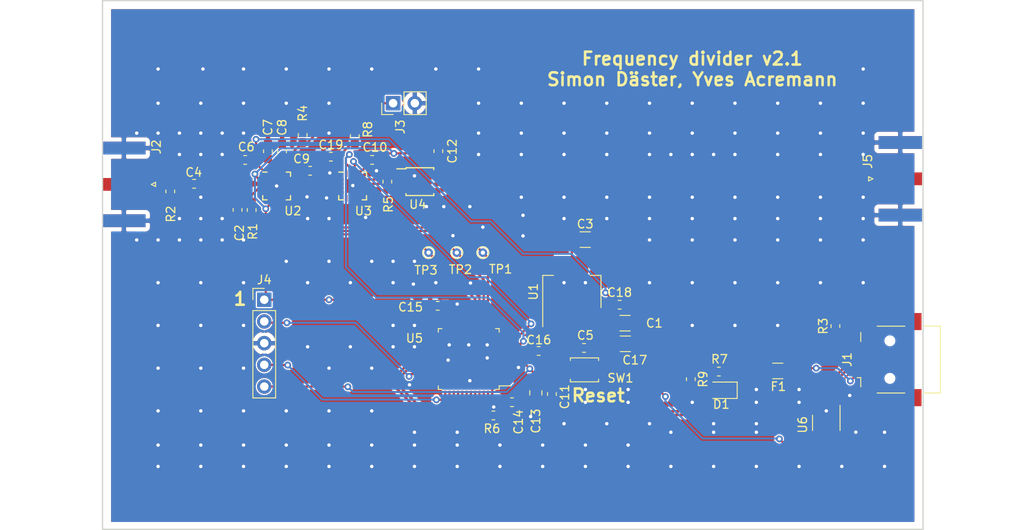
<source format=kicad_pcb>
(kicad_pcb (version 20171130) (host pcbnew 5.1.5+dfsg1-2build2)
  (layers (0 F.Cu signal) (31 B.Cu signal) (34 B.Paste user) (35 F.Paste user) (36 B.SilkS user) (37 F.SilkS user) (38 B.Mask user) (39 F.Mask user) (44 Edge.Cuts user))
  (net 0 "")
  (net 1 +5V)
  (net 2 GND)
  (net 3 "Net-(C2-Pad2)")
  (net 4 +3V3)
  (net 5 "Net-(C4-Pad1)")
  (net 6 "Net-(C4-Pad2)")
  (net 7 "Net-(C7-Pad1)")
  (net 8 "Net-(C8-Pad1)")
  (net 9 "Net-(C9-Pad2)")
  (net 10 "Net-(C11-Pad2)")
  (net 11 "Net-(F1-Pad1)")
  (net 12 "Net-(F1-Pad2)")
  (net 13 "Net-(J1-Pad4)")
  (net 14 "Net-(J3-Pad1)")
  (net 15 SWDIO)
  (net 16 SWCLK)
  (net 17 "Net-(J5-Pad1)")
  (net 18 "Net-(R6-Pad1)")
  (net 19 SPI1_SS)
  (net 20 SPI1_SCK)
  (net 21 SPI1_MOSI)
  (net 22 "Net-(U2-Pad6)")
  (net 23 "Net-(U3-Pad4)")
  (net 24 "Net-(U3-Pad5)")
  (net 25 "Net-(U3-Pad6)")
  (net 26 "Net-(U3-Pad7)")
  (net 27 "Net-(U3-Pad9)")
  (net 28 "Net-(U3-Pad10)")
  (net 29 SELA1)
  (net 30 SELA0)
  (net 31 "Net-(U3-Pad16)")
  (net 32 "Net-(U4-Pad4)")
  (net 33 "Net-(U5-Pad2)")
  (net 34 "Net-(U5-Pad3)")
  (net 35 "Net-(U5-Pad6)")
  (net 36 "Net-(U5-Pad18)")
  (net 37 "Net-(U5-Pad19)")
  (net 38 "Net-(U5-Pad20)")
  (net 39 "Net-(U5-Pad21)")
  (net 40 "Net-(U5-Pad22)")
  (net 41 "Net-(U5-Pad25)")
  (net 42 "Net-(U5-Pad26)")
  (net 43 "Net-(U5-Pad27)")
  (net 44 "Net-(U5-Pad28)")
  (net 45 "Net-(U5-Pad29)")
  (net 46 "Net-(U5-Pad30)")
  (net 47 /DIV_P)
  (net 48 /DIV_N)
  (net 49 /OUT_P)
  (net 50 /OUT_N)
  (net 51 "Net-(C19-Pad1)")
  (net 52 "Net-(U5-Pad1)")
  (net 53 "Net-(U5-Pad4)")
  (net 54 "Net-(U5-Pad5)")
  (net 55 "Net-(U5-Pad16)")
  (net 56 "Net-(U5-Pad31)")
  (net 57 "Net-(U5-Pad38)")
  (net 58 "Net-(U5-Pad39)")
  (net 59 "Net-(U5-Pad40)")
  (net 60 "Net-(U5-Pad41)")
  (net 61 "Net-(U5-Pad42)")
  (net 62 "Net-(U5-Pad43)")
  (net 63 "Net-(U5-Pad45)")
  (net 64 "Net-(U5-Pad46)")
  (net 65 "Net-(D1-Pad2)")
  (net 66 "Net-(U6-Pad4)")
  (net 67 "Net-(U6-Pad6)")
  (net 68 "Net-(U5-Pad12)")
  (net 69 "Net-(U5-Pad13)")
  (net 70 USB_N)
  (net 71 USB_P)
  (module Capacitor_SMD:C_0603_1608Metric_Pad1.05x0.95mm_HandSolder (layer F.Cu) (at 149.5298 117.99 180)
    (fp_text reference C16 (at -0.0254 1.2954 180) (layer F.SilkS))
    (fp_text value 10n)
    (pad 1 smd roundrect (at -0.875 0 180) (size 1.05 0.95) (layers F.Cu F.Paste F.Mask) (net 2 GND))
    (pad 2 smd roundrect (at 0.875 0 180) (size 1.05 0.95) (layers F.Cu F.Paste F.Mask) (net 4 +3V3))
  )
  (module Package_TO_SOT_SMD:SOT-23-6_Handsoldering (layer F.Cu) (at 183.1848 126.3974 270)
    (fp_text reference U6 (at 0.2286 2.7686 270) (layer F.SilkS))
    (fp_text value SP0504)
    (pad 1 smd rect (at -1.35 -0.95 270) (size 1.56 0.65) (layers F.Cu F.Paste F.Mask) (net 70 USB_N))
    (pad 2 smd rect (at -1.35 0 270) (size 1.56 0.65) (layers F.Cu F.Paste F.Mask) (net 2 GND))
    (pad 3 smd rect (at -1.35 0.95 270) (size 1.56 0.65) (layers F.Cu F.Paste F.Mask) (net 71 USB_P))
    (pad 4 smd rect (at 1.35 0.95 270) (size 1.56 0.65) (layers F.Cu F.Paste F.Mask) (net 66 "Net-(U6-Pad4)"))
    (pad 6 smd rect (at 1.35 -0.95 270) (size 1.56 0.65) (layers F.Cu F.Paste F.Mask) (net 67 "Net-(U6-Pad6)"))
    (pad 5 smd rect (at 1.35 0 270) (size 1.56 0.65) (layers F.Cu F.Paste F.Mask) (net 1 +5V))
  )
  (module Capacitor_SMD:C_0603_1608Metric_Pad1.05x0.95mm_HandSolder (layer F.Cu) (at 137.7188 112.7068 180)
    (fp_text reference C15 (at 3.175 -0.1524 180) (layer F.SilkS))
    (fp_text value 100n)
    (pad 2 smd roundrect (at 0.875 0 180) (size 1.05 0.95) (layers F.Cu F.Paste F.Mask) (net 2 GND))
    (pad 1 smd roundrect (at -0.875 0 180) (size 1.05 0.95) (layers F.Cu F.Paste F.Mask) (net 4 +3V3))
  )
  (module Capacitor_SMD:C_0603_1608Metric_Pad1.05x0.95mm_HandSolder (layer F.Cu) (at 151.0792 123.0306 90)
    (fp_text reference C11 (at -0.3188 1.4986 270) (layer F.SilkS))
    (fp_text value 100n)
    (pad 2 smd roundrect (at 0.875 0 90) (size 1.05 0.95) (layers F.Cu F.Paste F.Mask) (net 10 "Net-(C11-Pad2)"))
    (pad 1 smd roundrect (at -0.875 0 90) (size 1.05 0.95) (layers F.Cu F.Paste F.Mask) (net 2 GND))
  )
  (module Button_Switch_SMD:SW_SPST_B3U-1000P (layer F.Cu) (at 154.8892 120.1998 180)
    (fp_text reference SW1 (at -4.2164 -0.9652 180) (layer F.SilkS))
    (fp_text value SW_Push)
    (pad 1 smd rect (at -1.7 0 180) (size 0.9 1.7) (layers F.Cu F.Paste F.Mask) (net 2 GND))
    (pad 2 smd rect (at 1.7 0 180) (size 0.9 1.7) (layers F.Cu F.Paste F.Mask) (net 10 "Net-(C11-Pad2)"))
  )
  (module Capacitor_SMD:C_0603_1608Metric_Pad1.05x0.95mm_HandSolder (layer F.Cu) (at 154.8384 117.6344 180)
    (fp_text reference C5 (at -0.1524 1.4732 180) (layer F.SilkS))
    (fp_text value 100n)
    (pad 1 smd roundrect (at -0.875 0 180) (size 1.05 0.95) (layers F.Cu F.Paste F.Mask) (net 2 GND))
    (pad 2 smd roundrect (at 0.875 0 180) (size 1.05 0.95) (layers F.Cu F.Paste F.Mask) (net 4 +3V3))
  )
  (module LED_SMD:LED_0805_2012Metric_Pad1.15x1.40mm_HandSolder (layer F.Cu) (at 170.9002 122.5874 180)
    (fp_text reference D1 (at 0 -1.65 180) (layer F.SilkS))
    (fp_text value LED)
    (pad 1 smd roundrect (at -1.025 0 180) (size 1.15 1.4) (layers F.Cu F.Paste F.Mask) (roundrect_rratio 0.217391) (net 2 GND))
    (pad 2 smd roundrect (at 1.025 0 180) (size 1.15 1.4) (layers F.Cu F.Paste F.Mask) (roundrect_rratio 0.217391) (net 65 "Net-(D1-Pad2)"))
  )
  (module Resistor_SMD:R_0603_1608Metric_Pad1.05x0.95mm_HandSolder (layer F.Cu) (at 167.3352 121.292 270)
    (fp_text reference R9 (at 0 -1.43 270) (layer F.SilkS))
    (fp_text value 470)
    (pad 2 smd roundrect (at 0.875 0 270) (size 1.05 0.95) (layers F.Cu F.Paste F.Mask) (net 65 "Net-(D1-Pad2)"))
    (pad 1 smd roundrect (at -0.875 0 270) (size 1.05 0.95) (layers F.Cu F.Paste F.Mask) (net 1 +5V))
  )
  (module Resistor_SMD:R_0603_1608Metric_Pad1.05x0.95mm_HandSolder (layer F.Cu) (at 184.2516 115.083 90)
    (fp_text reference R3 (at 0 -1.43 90) (layer F.SilkS))
    (fp_text value 100k)
    (pad 1 smd roundrect (at -0.875 0 90) (size 1.05 0.95) (layers F.Cu F.Paste F.Mask) (net 13 "Net-(J1-Pad4)"))
    (pad 2 smd roundrect (at 0.875 0 90) (size 1.05 0.95) (layers F.Cu F.Paste F.Mask) (net 2 GND))
  )
  (module Connector_USB:USB_Mini-B_Lumberg_2486_01_Horizontal (layer F.Cu) (at 190.627 119 90)
    (fp_text reference J1 (at 0 -5 90) (layer F.SilkS))
    (fp_text value Power)
    (pad 1 smd rect (at -1.6 -2.7 90) (size 0.5 2) (layers F.Cu F.Paste F.Mask) (net 12 "Net-(F1-Pad2)"))
    (pad 2 smd rect (at -0.8 -2.7 90) (size 0.5 2) (layers F.Cu F.Paste F.Mask) (net 70 USB_N))
    (pad 3 smd rect (at 0 -2.7 90) (size 0.5 2) (layers F.Cu F.Paste F.Mask) (net 71 USB_P))
    (pad 4 smd rect (at 0.8 -2.7 90) (size 0.5 2) (layers F.Cu F.Paste F.Mask) (net 13 "Net-(J1-Pad4)"))
    (pad 5 smd rect (at 1.6 -2.7 90) (size 0.5 2) (layers F.Cu F.Paste F.Mask) (net 2 GND))
    (pad 6 smd rect (at -4.45 -2.6 90) (size 2 1.7) (layers F.Cu F.Paste F.Mask) (net 2 GND))
    (pad 6 smd rect (at -4.45 2.85 90) (size 2 1.7) (layers F.Cu F.Paste F.Mask) (net 2 GND))
    (pad 6 smd rect (at 4.45 -2.6 90) (size 2 1.7) (layers F.Cu F.Paste F.Mask) (net 2 GND))
    (pad 6 smd rect (at 4.45 2.85 90) (size 2 1.7) (layers F.Cu F.Paste F.Mask) (net 2 GND))
    (pad "" np_thru_hole circle (at -2.2 0 90) (size 1 1) (drill 1) (layers *.Cu *.Mask))
    (pad "" np_thru_hole circle (at 2.2 0 90) (size 1 1) (drill 1) (layers *.Cu *.Mask))
  )
  (module Package_QFP:LQFP-48_7x7mm_P0.5mm (layer F.Cu) (at 141.351 118.9298 180)
    (fp_text reference U5 (at 6.351 2.4298 180) (layer F.SilkS))
    (fp_text value STM32F072CBTx)
    (pad 1 smd rect (at -4.35 -2.75 180) (size 1.3 0.25) (layers F.Cu F.Paste F.Mask) (net 52 "Net-(U5-Pad1)"))
    (pad 2 smd rect (at -4.35 -2.25 180) (size 1.3 0.25) (layers F.Cu F.Paste F.Mask) (net 33 "Net-(U5-Pad2)"))
    (pad 3 smd rect (at -4.35 -1.75 180) (size 1.3 0.25) (layers F.Cu F.Paste F.Mask) (net 34 "Net-(U5-Pad3)"))
    (pad 4 smd rect (at -4.35 -1.25 180) (size 1.3 0.25) (layers F.Cu F.Paste F.Mask) (net 53 "Net-(U5-Pad4)"))
    (pad 5 smd rect (at -4.35 -0.75 180) (size 1.3 0.25) (layers F.Cu F.Paste F.Mask) (net 54 "Net-(U5-Pad5)"))
    (pad 6 smd rect (at -4.35 -0.25 180) (size 1.3 0.25) (layers F.Cu F.Paste F.Mask) (net 35 "Net-(U5-Pad6)"))
    (pad 7 smd rect (at -4.35 0.25 180) (size 1.3 0.25) (layers F.Cu F.Paste F.Mask) (net 10 "Net-(C11-Pad2)"))
    (pad 8 smd rect (at -4.35 0.75 180) (size 1.3 0.25) (layers F.Cu F.Paste F.Mask) (net 2 GND))
    (pad 9 smd rect (at -4.35 1.25 180) (size 1.3 0.25) (layers F.Cu F.Paste F.Mask) (net 4 +3V3))
    (pad 10 smd rect (at -4.35 1.75 180) (size 1.3 0.25) (layers F.Cu F.Paste F.Mask) (net 30 SELA0))
    (pad 11 smd rect (at -4.35 2.25 180) (size 1.3 0.25) (layers F.Cu F.Paste F.Mask) (net 29 SELA1))
    (pad 12 smd rect (at -4.35 2.75 180) (size 1.3 0.25) (layers F.Cu F.Paste F.Mask) (net 68 "Net-(U5-Pad12)"))
    (pad 13 smd rect (at -2.75 4.35 270) (size 1.3 0.25) (layers F.Cu F.Paste F.Mask) (net 69 "Net-(U5-Pad13)"))
    (pad 14 smd rect (at -2.25 4.35 270) (size 1.3 0.25) (layers F.Cu F.Paste F.Mask) (net 19 SPI1_SS))
    (pad 15 smd rect (at -1.75 4.35 270) (size 1.3 0.25) (layers F.Cu F.Paste F.Mask) (net 20 SPI1_SCK))
    (pad 16 smd rect (at -1.25 4.35 270) (size 1.3 0.25) (layers F.Cu F.Paste F.Mask) (net 55 "Net-(U5-Pad16)"))
    (pad 17 smd rect (at -0.75 4.35 270) (size 1.3 0.25) (layers F.Cu F.Paste F.Mask) (net 21 SPI1_MOSI))
    (pad 18 smd rect (at -0.25 4.35 270) (size 1.3 0.25) (layers F.Cu F.Paste F.Mask) (net 36 "Net-(U5-Pad18)"))
    (pad 19 smd rect (at 0.25 4.35 270) (size 1.3 0.25) (layers F.Cu F.Paste F.Mask) (net 37 "Net-(U5-Pad19)"))
    (pad 20 smd rect (at 0.75 4.35 270) (size 1.3 0.25) (layers F.Cu F.Paste F.Mask) (net 38 "Net-(U5-Pad20)"))
    (pad 21 smd rect (at 1.25 4.35 270) (size 1.3 0.25) (layers F.Cu F.Paste F.Mask) (net 39 "Net-(U5-Pad21)"))
    (pad 22 smd rect (at 1.75 4.35 270) (size 1.3 0.25) (layers F.Cu F.Paste F.Mask) (net 40 "Net-(U5-Pad22)"))
    (pad 23 smd rect (at 2.25 4.35 270) (size 1.3 0.25) (layers F.Cu F.Paste F.Mask) (net 2 GND))
    (pad 24 smd rect (at 2.75 4.35 270) (size 1.3 0.25) (layers F.Cu F.Paste F.Mask) (net 4 +3V3))
    (pad 25 smd rect (at 4.35 2.75 180) (size 1.3 0.25) (layers F.Cu F.Paste F.Mask) (net 41 "Net-(U5-Pad25)"))
    (pad 26 smd rect (at 4.35 2.25 180) (size 1.3 0.25) (layers F.Cu F.Paste F.Mask) (net 42 "Net-(U5-Pad26)"))
    (pad 27 smd rect (at 4.35 1.75 180) (size 1.3 0.25) (layers F.Cu F.Paste F.Mask) (net 43 "Net-(U5-Pad27)"))
    (pad 28 smd rect (at 4.35 1.25 180) (size 1.3 0.25) (layers F.Cu F.Paste F.Mask) (net 44 "Net-(U5-Pad28)"))
    (pad 29 smd rect (at 4.35 0.75 180) (size 1.3 0.25) (layers F.Cu F.Paste F.Mask) (net 45 "Net-(U5-Pad29)"))
    (pad 30 smd rect (at 4.35 0.25 180) (size 1.3 0.25) (layers F.Cu F.Paste F.Mask) (net 46 "Net-(U5-Pad30)"))
    (pad 31 smd rect (at 4.35 -0.25 180) (size 1.3 0.25) (layers F.Cu F.Paste F.Mask) (net 56 "Net-(U5-Pad31)"))
    (pad 32 smd rect (at 4.35 -0.75 180) (size 1.3 0.25) (layers F.Cu F.Paste F.Mask) (net 70 USB_N))
    (pad 33 smd rect (at 4.35 -1.25 180) (size 1.3 0.25) (layers F.Cu F.Paste F.Mask) (net 71 USB_P))
    (pad 34 smd rect (at 4.35 -1.75 180) (size 1.3 0.25) (layers F.Cu F.Paste F.Mask) (net 15 SWDIO))
    (pad 35 smd rect (at 4.35 -2.25 180) (size 1.3 0.25) (layers F.Cu F.Paste F.Mask) (net 2 GND))
    (pad 36 smd rect (at 4.35 -2.75 180) (size 1.3 0.25) (layers F.Cu F.Paste F.Mask) (net 4 +3V3))
    (pad 37 smd rect (at 2.75 -4.35 270) (size 1.3 0.25) (layers F.Cu F.Paste F.Mask) (net 16 SWCLK))
    (pad 38 smd rect (at 2.25 -4.35 270) (size 1.3 0.25) (layers F.Cu F.Paste F.Mask) (net 57 "Net-(U5-Pad38)"))
    (pad 39 smd rect (at 1.75 -4.35 270) (size 1.3 0.25) (layers F.Cu F.Paste F.Mask) (net 58 "Net-(U5-Pad39)"))
    (pad 40 smd rect (at 1.25 -4.35 270) (size 1.3 0.25) (layers F.Cu F.Paste F.Mask) (net 59 "Net-(U5-Pad40)"))
    (pad 41 smd rect (at 0.75 -4.35 270) (size 1.3 0.25) (layers F.Cu F.Paste F.Mask) (net 60 "Net-(U5-Pad41)"))
    (pad 42 smd rect (at 0.25 -4.35 270) (size 1.3 0.25) (layers F.Cu F.Paste F.Mask) (net 61 "Net-(U5-Pad42)"))
    (pad 43 smd rect (at -0.25 -4.35 270) (size 1.3 0.25) (layers F.Cu F.Paste F.Mask) (net 62 "Net-(U5-Pad43)"))
    (pad 44 smd rect (at -0.75 -4.35 270) (size 1.3 0.25) (layers F.Cu F.Paste F.Mask) (net 18 "Net-(R6-Pad1)"))
    (pad 45 smd rect (at -1.25 -4.35 270) (size 1.3 0.25) (layers F.Cu F.Paste F.Mask) (net 63 "Net-(U5-Pad45)"))
    (pad 46 smd rect (at -1.75 -4.35 270) (size 1.3 0.25) (layers F.Cu F.Paste F.Mask) (net 64 "Net-(U5-Pad46)"))
    (pad 47 smd rect (at -2.25 -4.35 270) (size 1.3 0.25) (layers F.Cu F.Paste F.Mask) (net 2 GND))
    (pad 48 smd rect (at -2.75 -4.35 270) (size 1.3 0.25) (layers F.Cu F.Paste F.Mask) (net 4 +3V3))
  )
  (module Connector_Coaxial:SMA_Amphenol_132289_EdgeMount (layer F.Cu) (at 191.8462 97.8478)
    (fp_text reference J5 (at -3.81 -2.032 90) (layer F.SilkS))
    (fp_text value Conn_Coaxial)
    (pad 2 smd rect (at 0 4.25 90) (size 1.5 5.08) (layers B.Cu B.Paste B.Mask) (net 2 GND))
    (pad 2 smd rect (at 0 -4.25 90) (size 1.5 5.08) (layers B.Cu B.Paste B.Mask) (net 2 GND))
    (pad 2 smd rect (at 0 4.25 90) (size 1.5 5.08) (layers F.Cu F.Paste F.Mask) (net 2 GND))
    (pad 2 smd rect (at 0 -4.25 90) (size 1.5 5.08) (layers F.Cu F.Paste F.Mask) (net 2 GND))
    (pad 1 smd rect (at 0 0 90) (size 1.5 5.08) (layers F.Cu F.Paste F.Mask) (net 17 "Net-(J5-Pad1)"))
  )
  (module Capacitor_SMD:C_0603_1608Metric_Pad1.05x0.95mm_HandSolder (layer F.Cu) (at 115.951 101.494 90)
    (fp_text reference C2 (at -2.681 -1.43 90) (layer F.SilkS))
    (fp_text value 10n)
    (pad 1 smd roundrect (at -0.875 0 90) (size 1.05 0.95) (layers F.Cu F.Paste F.Mask) (net 2 GND))
    (pad 2 smd roundrect (at 0.875 0 90) (size 1.05 0.95) (layers F.Cu F.Paste F.Mask) (net 3 "Net-(C2-Pad2)"))
  )
  (module Resistor_SMD:R_0603_1608Metric_Pad1.05x0.95mm_HandSolder (layer F.Cu) (at 114.3 101.48 270)
    (fp_text reference R1 (at 2.54 -1.778 270) (layer F.SilkS))
    (fp_text value 10k)
    (pad 2 smd roundrect (at 0.875 0 270) (size 1.05 0.95) (layers F.Cu F.Paste F.Mask) (net 2 GND))
    (pad 1 smd roundrect (at -0.875 0 270) (size 1.05 0.95) (layers F.Cu F.Paste F.Mask) (net 3 "Net-(C2-Pad2)"))
  )
  (module Capacitor_SMD:C_0603_1608Metric_Pad1.05x0.95mm_HandSolder (layer F.Cu) (at 125.222 95.257 180)
    (fp_text reference C19 (at 0 1.397 180) (layer F.SilkS))
    (fp_text value 10n)
    (pad 1 smd roundrect (at -0.875 0 180) (size 1.05 0.95) (layers F.Cu F.Paste F.Mask) (net 51 "Net-(C19-Pad1)"))
    (pad 2 smd roundrect (at 0.875 0 180) (size 1.05 0.95) (layers F.Cu F.Paste F.Mask) (net 2 GND))
  )
  (module Resistor_SMD:R_0603_1608Metric_Pad1.05x0.95mm_HandSolder (layer F.Cu) (at 128.016 92.844 90)
    (fp_text reference R8 (at 0.762 1.524 90) (layer F.SilkS))
    (fp_text value 50)
    (pad 1 smd roundrect (at -0.875 0 90) (size 1.05 0.95) (layers F.Cu F.Paste F.Mask) (net 51 "Net-(C19-Pad1)"))
    (pad 2 smd roundrect (at 0.875 0 90) (size 1.05 0.95) (layers F.Cu F.Paste F.Mask) (net 2 GND))
  )
  (module TestPoint:TestPoint_THTPad_D1.0mm_Drill0.5mm (layer F.Cu) (at 136.652 106.4838)
    (fp_text reference TP3 (at -0.3048 2.0574) (layer F.SilkS))
    (fp_text value TestPoint)
    (pad 1 thru_hole circle (at 0 0) (size 1 1) (drill 0.5) (layers *.Cu *.Mask) (net 21 SPI1_MOSI))
  )
  (module TestPoint:TestPoint_THTPad_D1.0mm_Drill0.5mm (layer F.Cu) (at 143.002 106.4838)
    (fp_text reference TP1 (at 2.0828 1.9304) (layer F.SilkS))
    (fp_text value TestPoint)
    (pad 1 thru_hole circle (at 0 0) (size 1 1) (drill 0.5) (layers *.Cu *.Mask) (net 19 SPI1_SS))
  )
  (module TestPoint:TestPoint_THTPad_D1.0mm_Drill0.5mm (layer F.Cu) (at 139.954 106.4838)
    (fp_text reference TP2 (at 0.4318 1.9812) (layer F.SilkS))
    (fp_text value TestPoint)
    (pad 1 thru_hole circle (at 0 0) (size 1 1) (drill 0.5) (layers *.Cu *.Mask) (net 20 SPI1_SCK))
  )
  (module Capacitor_SMD:C_1206_3216Metric_Pad1.42x1.75mm_HandSolder (layer F.Cu) (at 159.639 114.7388)
    (fp_text reference C1 (at 3.429 0) (layer F.SilkS))
    (fp_text value 10u)
    (pad 1 smd roundrect (at -1.4875 0) (size 1.425 1.75) (layers F.Cu F.Paste F.Mask) (roundrect_rratio 0.175439) (net 1 +5V))
    (pad 2 smd roundrect (at 1.4875 0) (size 1.425 1.75) (layers F.Cu F.Paste F.Mask) (roundrect_rratio 0.175439) (net 2 GND))
  )
  (module Capacitor_SMD:C_1206_3216Metric_Pad1.42x1.75mm_HandSolder (layer F.Cu) (at 154.9765 104.9598)
    (fp_text reference C3 (at 0 -1.82) (layer F.SilkS))
    (fp_text value 10u)
    (pad 2 smd roundrect (at 1.4875 0) (size 1.425 1.75) (layers F.Cu F.Paste F.Mask) (roundrect_rratio 0.175439) (net 2 GND))
    (pad 1 smd roundrect (at -1.4875 0) (size 1.425 1.75) (layers F.Cu F.Paste F.Mask) (roundrect_rratio 0.175439) (net 4 +3V3))
  )
  (module Capacitor_SMD:C_0603_1608Metric_Pad1.05x0.95mm_HandSolder (layer F.Cu) (at 109.22 98.432 180)
    (fp_text reference C4 (at 0.044 1.338 180) (layer F.SilkS))
    (fp_text value 10n)
    (pad 1 smd roundrect (at -0.875 0 180) (size 1.05 0.95) (layers F.Cu F.Paste F.Mask) (net 5 "Net-(C4-Pad1)"))
    (pad 2 smd roundrect (at 0.875 0 180) (size 1.05 0.95) (layers F.Cu F.Paste F.Mask) (net 6 "Net-(C4-Pad2)"))
  )
  (module Capacitor_SMD:C_0805_2012Metric_Pad1.15x1.40mm_HandSolder (layer F.Cu) (at 149.1996 122.8922 90)
    (fp_text reference C13 (at -3.302 0 270) (layer F.SilkS))
    (fp_text value 4.7u)
    (pad 2 smd roundrect (at 1.025 0 90) (size 1.15 1.4) (layers F.Cu F.Paste F.Mask) (roundrect_rratio 0.217391) (net 2 GND))
    (pad 1 smd roundrect (at -1.025 0 90) (size 1.15 1.4) (layers F.Cu F.Paste F.Mask) (roundrect_rratio 0.217391) (net 4 +3V3))
  )
  (module Capacitor_SMD:C_1206_3216Metric_Pad1.42x1.75mm_HandSolder (layer F.Cu) (at 159.6755 117.1518)
    (fp_text reference C17 (at 1.1065 1.905) (layer F.SilkS))
    (fp_text value 10u)
    (pad 1 smd roundrect (at -1.4875 0) (size 1.425 1.75) (layers F.Cu F.Paste F.Mask) (roundrect_rratio 0.175439) (net 1 +5V))
    (pad 2 smd roundrect (at 1.4875 0) (size 1.425 1.75) (layers F.Cu F.Paste F.Mask) (roundrect_rratio 0.175439) (net 2 GND))
  )
  (module Resistor_SMD:R_1206_3216Metric_Pad1.42x1.75mm_HandSolder (layer F.Cu) (at 177.5095 120.3268)
    (fp_text reference F1 (at 0.0619 1.8288) (layer F.SilkS))
    (fp_text value 500m)
    (pad 1 smd roundrect (at -1.4875 0) (size 1.425 1.75) (layers F.Cu F.Paste F.Mask) (roundrect_rratio 0.175439) (net 11 "Net-(F1-Pad1)"))
    (pad 2 smd roundrect (at 1.4875 0) (size 1.425 1.75) (layers F.Cu F.Paste F.Mask) (roundrect_rratio 0.175439) (net 12 "Net-(F1-Pad2)"))
  )
  (module Connector_Coaxial:SMA_Amphenol_132289_EdgeMount (layer F.Cu) (at 101 98.5 180)
    (fp_text reference J2 (at -3.799 4.386 270) (layer F.SilkS))
    (fp_text value Input)
    (pad 1 smd rect (at 0 0 270) (size 1.5 5.08) (layers F.Cu F.Paste F.Mask) (net 6 "Net-(C4-Pad2)"))
    (pad 2 smd rect (at 0 -4.25 270) (size 1.5 5.08) (layers F.Cu F.Paste F.Mask) (net 2 GND))
    (pad 2 smd rect (at 0 4.25 270) (size 1.5 5.08) (layers F.Cu F.Paste F.Mask) (net 2 GND))
    (pad 2 smd rect (at 0 -4.25 270) (size 1.5 5.08) (layers B.Cu B.Paste B.Mask) (net 2 GND))
    (pad 2 smd rect (at 0 4.25 270) (size 1.5 5.08) (layers B.Cu B.Paste B.Mask) (net 2 GND))
  )
  (module Connector_PinHeader_2.54mm:PinHeader_1x02_P2.54mm_Vertical (layer F.Cu) (at 132.5 89 90)
    (fp_text reference J3 (at -2.7686 0.8382 90) (layer F.SilkS))
    (fp_text value TRIG)
    (pad 1 thru_hole rect (at 0 0 90) (size 1.7 1.7) (drill 1) (layers *.Cu *.Mask) (net 14 "Net-(J3-Pad1)"))
    (pad 2 thru_hole oval (at 0 2.54 90) (size 1.7 1.7) (drill 1) (layers *.Cu *.Mask) (net 2 GND))
  )
  (module Connector_PinHeader_2.54mm:PinHeader_1x05_P2.54mm_Vertical (layer F.Cu) (at 117.4242 111.9956)
    (fp_text reference J4 (at 0 -2.33) (layer F.SilkS))
    (fp_text value SWD)
    (pad 1 thru_hole rect (at 0 0) (size 1.7 1.7) (drill 1) (layers *.Cu *.Mask) (net 4 +3V3))
    (pad 2 thru_hole oval (at 0 2.54) (size 1.7 1.7) (drill 1) (layers *.Cu *.Mask) (net 15 SWDIO))
    (pad 3 thru_hole oval (at 0 5.08) (size 1.7 1.7) (drill 1) (layers *.Cu *.Mask) (net 2 GND))
    (pad 4 thru_hole oval (at 0 7.62) (size 1.7 1.7) (drill 1) (layers *.Cu *.Mask) (net 16 SWCLK))
    (pad 5 thru_hole oval (at 0 10.16) (size 1.7 1.7) (drill 1) (layers *.Cu *.Mask) (net 10 "Net-(C11-Pad2)"))
  )
  (module Resistor_SMD:R_0603_1608Metric_Pad1.05x0.95mm_HandSolder (layer F.Cu) (at 106.426 99.321 90)
    (fp_text reference R2 (at -2.653 0.069 90) (layer F.SilkS))
    (fp_text value 10k)
    (pad 1 smd roundrect (at -0.875 0 90) (size 1.05 0.95) (layers F.Cu F.Paste F.Mask) (net 2 GND))
    (pad 2 smd roundrect (at 0.875 0 90) (size 1.05 0.95) (layers F.Cu F.Paste F.Mask) (net 6 "Net-(C4-Pad2)"))
  )
  (module Resistor_SMD:R_0603_1608Metric_Pad1.05x0.95mm_HandSolder (layer F.Cu) (at 121.92 92.717 90)
    (fp_text reference R4 (at 2.54 0 90) (layer F.SilkS))
    (fp_text value 1k)
    (pad 1 smd roundrect (at -0.875 0 90) (size 1.05 0.95) (layers F.Cu F.Paste F.Mask) (net 14 "Net-(J3-Pad1)"))
    (pad 2 smd roundrect (at 0.875 0 90) (size 1.05 0.95) (layers F.Cu F.Paste F.Mask) (net 2 GND))
  )
  (module Resistor_SMD:R_0603_1608Metric_Pad1.05x0.95mm_HandSolder (layer F.Cu) (at 131.826 98.178 270)
    (fp_text reference R5 (at 2.667 -0.127 270) (layer F.SilkS))
    (fp_text value 100)
    (pad 1 smd roundrect (at -0.875 0 270) (size 1.05 0.95) (layers F.Cu F.Paste F.Mask) (net 49 /OUT_P))
    (pad 2 smd roundrect (at 0.875 0 270) (size 1.05 0.95) (layers F.Cu F.Paste F.Mask) (net 50 /OUT_N))
  )
  (module Resistor_SMD:R_0603_1608Metric_Pad1.05x0.95mm_HandSolder (layer F.Cu) (at 144.2352 125.5338)
    (fp_text reference R6 (at -0.1664 1.5494) (layer F.SilkS))
    (fp_text value 10k)
    (pad 2 smd roundrect (at 0.875 0) (size 1.05 0.95) (layers F.Cu F.Paste F.Mask) (net 2 GND))
    (pad 1 smd roundrect (at -0.875 0) (size 1.05 0.95) (layers F.Cu F.Paste F.Mask) (net 18 "Net-(R6-Pad1)"))
  )
  (module Resistor_SMD:R_0603_1608Metric_Pad1.05x0.95mm_HandSolder (layer F.Cu) (at 170.6118 120.403)
    (fp_text reference R7 (at 0.0762 -1.4478) (layer F.SilkS))
    (fp_text value 1)
    (pad 1 smd roundrect (at -0.875 0) (size 1.05 0.95) (layers F.Cu F.Paste F.Mask) (net 1 +5V))
    (pad 2 smd roundrect (at 0.875 0) (size 1.05 0.95) (layers F.Cu F.Paste F.Mask) (net 11 "Net-(F1-Pad1)"))
  )
  (module Package_TO_SOT_SMD:SOT-223-3_TabPin2 (layer F.Cu) (at 153.416 111.0558 90)
    (fp_text reference U1 (at 0 -4.5 90) (layer F.SilkS))
    (fp_text value LD1117S33TR_SOT223)
    (pad 2 smd rect (at 3.15 0 90) (size 2 3.8) (layers F.Cu F.Paste F.Mask) (net 4 +3V3))
    (pad 2 smd rect (at -3.15 0 90) (size 2 1.5) (layers F.Cu F.Paste F.Mask) (net 4 +3V3))
    (pad 3 smd rect (at -3.15 2.3 90) (size 2 1.5) (layers F.Cu F.Paste F.Mask) (net 1 +5V))
    (pad 1 smd rect (at -3.15 -2.3 90) (size 2 1.5) (layers F.Cu F.Paste F.Mask) (net 2 GND))
  )
  (module Package_CSP:LFCSP-16-1EP_3x3mm_P0.5mm_EP1.854x1.854mm (layer F.Cu) (at 118.872 98.686)
    (fp_text reference U2 (at 1.905 2.921) (layer F.SilkS))
    (fp_text value HMC988LP3E)
    (pad 17 smd rect (at 0 0) (size 1.6 1.6) (layers F.Cu F.Mask) (net 2 GND))
    (pad 16 smd rect (at -0.75 -1.448) (size 0.305 0.813) (layers F.Cu F.Paste F.Mask) (net 1 +5V))
    (pad 15 smd rect (at -0.25 -1.448) (size 0.305 0.813) (layers F.Cu F.Paste F.Mask) (net 7 "Net-(C7-Pad1)"))
    (pad 14 smd rect (at 0.25 -1.448) (size 0.305 0.813) (layers F.Cu F.Paste F.Mask) (net 8 "Net-(C8-Pad1)"))
    (pad 13 smd rect (at 0.75 -1.448) (size 0.305 0.813) (layers F.Cu F.Paste F.Mask) (net 14 "Net-(J3-Pad1)"))
    (pad 12 smd rect (at 1.448 -0.75) (size 0.813 0.305) (layers F.Cu F.Paste F.Mask) (net 9 "Net-(C9-Pad2)"))
    (pad 11 smd rect (at 1.448 -0.25) (size 0.813 0.305) (layers F.Cu F.Paste F.Mask) (net 47 /DIV_P))
    (pad 10 smd rect (at 1.448 0.25) (size 0.813 0.305) (layers F.Cu F.Paste F.Mask) (net 48 /DIV_N))
    (pad 9 smd rect (at 1.448 0.75) (size 0.813 0.305) (layers F.Cu F.Paste F.Mask) (net 19 SPI1_SS))
    (pad 8 smd rect (at 0.75 1.448) (size 0.305 0.813) (layers F.Cu F.Paste F.Mask) (net 20 SPI1_SCK))
    (pad 7 smd rect (at 0.25 1.448) (size 0.305 0.813) (layers F.Cu F.Paste F.Mask) (net 21 SPI1_MOSI))
    (pad 6 smd rect (at -0.25 1.448) (size 0.305 0.813) (layers F.Cu F.Paste F.Mask) (net 22 "Net-(U2-Pad6)"))
    (pad 5 smd rect (at -0.75 1.448) (size 0.305 0.813) (layers F.Cu F.Paste F.Mask) (net 4 +3V3))
    (pad 4 smd rect (at -1.448 0.75) (size 0.813 0.305) (layers F.Cu F.Paste F.Mask) (net 4 +3V3))
    (pad 3 smd rect (at -1.448 0.25) (size 0.813 0.305) (layers F.Cu F.Paste F.Mask) (net 3 "Net-(C2-Pad2)"))
    (pad 2 smd rect (at -1.448 -0.25) (size 0.813 0.305) (layers F.Cu F.Paste F.Mask) (net 5 "Net-(C4-Pad1)") (clearance 0.1))
    (pad 1 smd rect (at -1.448 -0.75) (size 0.813 0.305) (layers F.Cu F.Paste F.Mask) (net 4 +3V3))
  )
  (module Package_CSP:LFCSP-16-1EP_3x3mm_P0.5mm_EP1.854x1.854mm (layer F.Cu) (at 127.762 98.686)
    (fp_text reference U3 (at 1.27 2.921) (layer F.SilkS))
    (fp_text value NB6N239S_D)
    (pad 1 smd rect (at -1.448 -0.75) (size 0.813 0.305) (layers F.Cu F.Paste F.Mask) (net 51 "Net-(C19-Pad1)"))
    (pad 2 smd rect (at -1.448 -0.25) (size 0.813 0.305) (layers F.Cu F.Paste F.Mask) (net 47 /DIV_P))
    (pad 3 smd rect (at -1.448 0.25) (size 0.813 0.305) (layers F.Cu F.Paste F.Mask) (net 48 /DIV_N))
    (pad 4 smd rect (at -1.448 0.75) (size 0.813 0.305) (layers F.Cu F.Paste F.Mask) (net 23 "Net-(U3-Pad4)"))
    (pad 5 smd rect (at -0.75 1.448) (size 0.305 0.813) (layers F.Cu F.Paste F.Mask) (net 24 "Net-(U3-Pad5)"))
    (pad 6 smd rect (at -0.25 1.448) (size 0.305 0.813) (layers F.Cu F.Paste F.Mask) (net 25 "Net-(U3-Pad6)"))
    (pad 7 smd rect (at 0.25 1.448) (size 0.305 0.813) (layers F.Cu F.Paste F.Mask) (net 26 "Net-(U3-Pad7)"))
    (pad 8 smd rect (at 0.75 1.448) (size 0.305 0.813) (layers F.Cu F.Paste F.Mask) (net 2 GND))
    (pad 9 smd rect (at 1.448 0.75) (size 0.813 0.305) (layers F.Cu F.Paste F.Mask) (net 27 "Net-(U3-Pad9)"))
    (pad 10 smd rect (at 1.448 0.25) (size 0.813 0.305) (layers F.Cu F.Paste F.Mask) (net 28 "Net-(U3-Pad10)"))
    (pad 11 smd rect (at 1.448 -0.25) (size 0.813 0.305) (layers F.Cu F.Paste F.Mask) (net 50 /OUT_N))
    (pad 12 smd rect (at 1.448 -0.75) (size 0.813 0.305) (layers F.Cu F.Paste F.Mask) (net 49 /OUT_P))
    (pad 13 smd rect (at 0.75 -1.448) (size 0.305 0.813) (layers F.Cu F.Paste F.Mask) (net 4 +3V3))
    (pad 14 smd rect (at 0.25 -1.448) (size 0.305 0.813) (layers F.Cu F.Paste F.Mask) (net 29 SELA1))
    (pad 15 smd rect (at -0.25 -1.448) (size 0.305 0.813) (layers F.Cu F.Paste F.Mask) (net 30 SELA0))
    (pad 16 smd rect (at -0.75 -1.448) (size 0.305 0.813) (layers F.Cu F.Paste F.Mask) (net 31 "Net-(U3-Pad16)"))
    (pad 17 smd rect (at 0 0) (size 1.6 1.6) (layers F.Cu F.Mask) (net 2 GND))
  )
  (module Package_SO:TSSOP-8_3x3mm_P0.65mm (layer F.Cu) (at 135.636 98.178)
    (fp_text reference U4 (at -0.254 2.667) (layer F.SilkS))
    (fp_text value MC100EPT21)
    (pad 1 smd rect (at -2.15 -0.975) (size 1.1 0.4) (layers F.Cu F.Paste F.Mask))
    (pad 2 smd rect (at -2.15 -0.325) (size 1.1 0.4) (layers F.Cu F.Paste F.Mask) (net 49 /OUT_P))
    (pad 3 smd rect (at -2.15 0.325) (size 1.1 0.4) (layers F.Cu F.Paste F.Mask) (net 50 /OUT_N))
    (pad 4 smd rect (at -2.15 0.975) (size 1.1 0.4) (layers F.Cu F.Paste F.Mask) (net 32 "Net-(U4-Pad4)"))
    (pad 5 smd rect (at 2.15 0.975) (size 1.1 0.4) (layers F.Cu F.Paste F.Mask) (net 2 GND))
    (pad 6 smd rect (at 2.15 0.325) (size 1.1 0.4) (layers F.Cu F.Paste F.Mask))
    (pad 7 smd rect (at 2.15 -0.325) (size 1.1 0.4) (layers F.Cu F.Paste F.Mask) (net 17 "Net-(J5-Pad1)"))
    (pad 8 smd rect (at 2.15 -0.975) (size 1.1 0.4) (layers F.Cu F.Paste F.Mask) (net 4 +3V3))
  )
  (module Capacitor_SMD:C_0603_1608Metric_Pad1.05x0.95mm_HandSolder (layer F.Cu) (at 115.189 95.638 180)
    (fp_text reference C6 (at -0.127 1.524 180) (layer F.SilkS))
    (fp_text value 1u)
    (pad 2 smd roundrect (at 0.875 0 180) (size 1.05 0.95) (layers F.Cu F.Paste F.Mask) (net 2 GND))
    (pad 1 smd roundrect (at -0.875 0 180) (size 1.05 0.95) (layers F.Cu F.Paste F.Mask) (net 1 +5V))
  )
  (module Capacitor_SMD:C_0603_1608Metric_Pad1.05x0.95mm_HandSolder (layer F.Cu) (at 117.856 94.622 90)
    (fp_text reference C7 (at 2.794 0 90) (layer F.SilkS))
    (fp_text value 1u)
    (pad 1 smd roundrect (at -0.875 0 90) (size 1.05 0.95) (layers F.Cu F.Paste F.Mask) (net 7 "Net-(C7-Pad1)"))
    (pad 2 smd roundrect (at 0.875 0 90) (size 1.05 0.95) (layers F.Cu F.Paste F.Mask) (net 2 GND))
  )
  (module Capacitor_SMD:C_0603_1608Metric_Pad1.05x0.95mm_HandSolder (layer F.Cu) (at 119.507 94.636 90)
    (fp_text reference C8 (at 2.808 0 90) (layer F.SilkS))
    (fp_text value 100n)
    (pad 1 smd roundrect (at -0.875 0 90) (size 1.05 0.95) (layers F.Cu F.Paste F.Mask) (net 8 "Net-(C8-Pad1)"))
    (pad 2 smd roundrect (at 0.875 0 90) (size 1.05 0.95) (layers F.Cu F.Paste F.Mask) (net 2 GND))
  )
  (module Capacitor_SMD:C_0603_1608Metric_Pad1.05x0.95mm_HandSolder (layer F.Cu) (at 122.795 96.908 180)
    (fp_text reference C9 (at 1.002 1.397 180) (layer F.SilkS))
    (fp_text value 1u)
    (pad 2 smd roundrect (at 0.875 0 180) (size 1.05 0.95) (layers F.Cu F.Paste F.Mask) (net 9 "Net-(C9-Pad2)"))
    (pad 1 smd roundrect (at -0.875 0 180) (size 1.05 0.95) (layers F.Cu F.Paste F.Mask) (net 2 GND))
  )
  (module Capacitor_SMD:C_0603_1608Metric_Pad1.05x0.95mm_HandSolder (layer F.Cu) (at 130.048 95.638)
    (fp_text reference C10 (at 0.3302 -1.4732) (layer F.SilkS))
    (fp_text value 100n)
    (pad 2 smd roundrect (at 0.875 0) (size 1.05 0.95) (layers F.Cu F.Paste F.Mask) (net 2 GND))
    (pad 1 smd roundrect (at -0.875 0) (size 1.05 0.95) (layers F.Cu F.Paste F.Mask) (net 4 +3V3))
  )
  (module Capacitor_SMD:C_0603_1608Metric_Pad1.05x0.95mm_HandSolder (layer F.Cu) (at 137.795 94.608 270)
    (fp_text reference C12 (at 0 -1.6256 270) (layer F.SilkS))
    (fp_text value 100n)
    (pad 1 smd roundrect (at -0.875 0 270) (size 1.05 0.95) (layers F.Cu F.Paste F.Mask) (net 2 GND))
    (pad 2 smd roundrect (at 0.875 0 270) (size 1.05 0.95) (layers F.Cu F.Paste F.Mask) (net 4 +3V3))
  )
  (module Capacitor_SMD:C_0603_1608Metric_Pad1.05x0.95mm_HandSolder (layer F.Cu) (at 146.4056 123.9844)
    (fp_text reference C14 (at 0.762 2.3114 90) (layer F.SilkS))
    (fp_text value 100n)
    (pad 1 smd roundrect (at -0.875 0) (size 1.05 0.95) (layers F.Cu F.Paste F.Mask) (net 4 +3V3))
    (pad 2 smd roundrect (at 0.875 0) (size 1.05 0.95) (layers F.Cu F.Paste F.Mask) (net 2 GND))
  )
  (module Capacitor_SMD:C_0603_1608Metric_Pad1.05x0.95mm_HandSolder (layer F.Cu) (at 159.004 112.5798)
    (fp_text reference C18 (at 0 -1.43) (layer F.SilkS))
    (fp_text value 100n)
    (pad 1 smd roundrect (at -0.875 0) (size 1.05 0.95) (layers F.Cu F.Paste F.Mask) (net 1 +5V))
    (pad 2 smd roundrect (at 0.875 0) (size 1.05 0.95) (layers F.Cu F.Paste F.Mask) (net 2 GND))
  )
  (gr_text 1 (at 114.6 111.9) (layer F.SilkS) (effects (font (size 1.5 1.5) (thickness 0.3))))
  (gr_text Reset (at 156.5 123.2) (layer F.SilkS) (effects (font (size 1.5 1.5) (thickness 0.3))))
  (gr_text "Frequency divider v2.1\nSimon Däster, Yves Acremann" (at 167.5 85) (layer F.SilkS) (effects (font (size 1.5 1.5) (thickness 0.3))))
  (gr_line (start 98.5 77) (end 98.5 138.86) (layer Edge.Cuts) (width 0.15))
  (gr_line (start 98.5 77) (end 194.5 77) (layer Edge.Cuts) (width 0.15))
  (gr_line (start 194.5 138.86) (end 194.5 77) (layer Edge.Cuts) (width 0.15))
  (gr_line (start 98.5012 138.86) (end 194.5 138.86) (layer Edge.Cuts) (width 0.15))
  (via (at 116.459 93.225) (size 0.8) (drill 0.4) (layers F.Cu B.Cu) (net 1))
  (via (at 157.353 111.1828) (size 0.8) (drill 0.4) (layers F.Cu B.Cu) (net 1))
  (segment (start 117.664 97.238) (end 116.064 95.638) (width 0.25) (layer F.Cu) (net 1))
  (segment (start 118.122 97.238) (end 117.664 97.238) (width 0.25) (layer F.Cu) (net 1))
  (segment (start 158.188 114.7753) (end 158.1515 114.7388) (width 0.25) (layer F.Cu) (net 1))
  (segment (start 158.188 117.1518) (end 158.188 114.7753) (width 0.25) (layer F.Cu) (net 1))
  (segment (start 156.249 114.7388) (end 155.716 114.2058) (width 0.25) (layer F.Cu) (net 1))
  (segment (start 158.1515 114.7388) (end 156.249 114.7388) (width 0.25) (layer F.Cu) (net 1))
  (segment (start 158.129 111.9588) (end 157.353 111.1828) (width 0.25) (layer F.Cu) (net 1))
  (segment (start 158.129 112.5798) (end 158.129 111.9588) (width 0.25) (layer F.Cu) (net 1))
  (segment (start 116.459 95.243) (end 116.064 95.638) (width 0.25) (layer F.Cu) (net 1))
  (segment (start 116.459 93.225) (end 116.459 95.243) (width 0.25) (layer F.Cu) (net 1))
  (segment (start 158.1515 112.6023) (end 158.129 112.5798) (width 0.25) (layer F.Cu) (net 1))
  (segment (start 158.1515 114.7388) (end 158.1515 112.6023) (width 0.25) (layer F.Cu) (net 1))
  (segment (start 141.610001 102.824999) (end 132.010002 93.225) (width 0.25) (layer B.Cu) (net 1))
  (segment (start 157.353 111.1828) (end 157.353 110.617115) (width 0.25) (layer B.Cu) (net 1))
  (segment (start 132.010002 93.225) (end 116.459 93.225) (width 0.25) (layer B.Cu) (net 1))
  (segment (start 153.346685 106.6108) (end 147.701 106.6108) (width 0.25) (layer B.Cu) (net 1))
  (segment (start 157.353 110.617115) (end 153.346685 106.6108) (width 0.25) (layer B.Cu) (net 1))
  (segment (start 147.701 106.6108) (end 143.915199 102.824999) (width 0.25) (layer B.Cu) (net 1))
  (segment (start 143.915199 102.824999) (end 141.610001 102.824999) (width 0.25) (layer B.Cu) (net 1))
  (segment (start 167.3492 120.403) (end 167.3352 120.417) (width 0.25) (layer F.Cu) (net 1))
  (segment (start 169.7368 120.403) (end 167.3492 120.403) (width 0.25) (layer F.Cu) (net 1))
  (segment (start 161.4532 120.417) (end 167.3352 120.417) (width 0.25) (layer F.Cu) (net 1))
  (segment (start 158.188 117.1518) (end 161.4532 120.417) (width 0.25) (layer F.Cu) (net 1))
  (via (at 164.3634 123.324) (size 0.8) (drill 0.4) (layers F.Cu B.Cu) (net 1))
  (segment (start 161.4532 120.417) (end 161.4564 120.417) (width 0.25) (layer F.Cu) (net 1))
  (segment (start 161.4564 120.417) (end 164.3634 123.324) (width 0.25) (layer F.Cu) (net 1))
  (segment (start 164.3634 123.889685) (end 168.699915 128.2262) (width 0.25) (layer B.Cu) (net 1))
  (segment (start 164.3634 123.324) (end 164.3634 123.889685) (width 0.25) (layer B.Cu) (net 1))
  (via (at 177.6984 128.277) (size 0.8) (drill 0.4) (layers F.Cu B.Cu) (net 1))
  (segment (start 168.699915 128.2262) (end 177.6476 128.2262) (width 0.25) (layer B.Cu) (net 1))
  (segment (start 177.6476 128.2262) (end 177.6984 128.277) (width 0.25) (layer B.Cu) (net 1))
  (segment (start 183.1848 128.7774) (end 183.1848 127.7474) (width 0.25) (layer F.Cu) (net 1))
  (segment (start 183.159799 128.802401) (end 183.1848 128.7774) (width 0.25) (layer F.Cu) (net 1))
  (segment (start 178.223801 128.802401) (end 183.159799 128.802401) (width 0.25) (layer F.Cu) (net 1))
  (segment (start 177.6984 128.277) (end 178.223801 128.802401) (width 0.25) (layer F.Cu) (net 1))
  (via (at 147.5 100) (size 0.8) (drill 0.4) (layers F.Cu B.Cu) (net 2))
  (via (at 152.5 100) (size 0.8) (drill 0.4) (layers F.Cu B.Cu) (net 2))
  (via (at 157.5 100) (size 0.8) (drill 0.4) (layers F.Cu B.Cu) (net 2))
  (via (at 162.5 100) (size 0.8) (drill 0.4) (layers F.Cu B.Cu) (net 2))
  (via (at 167.5 100) (size 0.8) (drill 0.4) (layers F.Cu B.Cu) (net 2))
  (via (at 172.5 100) (size 0.8) (drill 0.4) (layers F.Cu B.Cu) (net 2))
  (via (at 177.5 100) (size 0.8) (drill 0.4) (layers F.Cu B.Cu) (net 2))
  (via (at 182.5 100) (size 0.8) (drill 0.4) (layers F.Cu B.Cu) (net 2))
  (via (at 187.5 100) (size 0.8) (drill 0.4) (layers F.Cu B.Cu) (net 2))
  (via (at 152.5 102.5) (size 0.8) (drill 0.4) (layers F.Cu B.Cu) (net 2))
  (via (at 157.5 102.5) (size 0.8) (drill 0.4) (layers F.Cu B.Cu) (net 2))
  (via (at 162.5 102.5) (size 0.8) (drill 0.4) (layers F.Cu B.Cu) (net 2))
  (via (at 167.5 102.5) (size 0.8) (drill 0.4) (layers F.Cu B.Cu) (net 2))
  (via (at 172.5 102.5) (size 0.8) (drill 0.4) (layers F.Cu B.Cu) (net 2))
  (via (at 177.5 102.5) (size 0.8) (drill 0.4) (layers F.Cu B.Cu) (net 2))
  (via (at 182.5 102.5) (size 0.8) (drill 0.4) (layers F.Cu B.Cu) (net 2))
  (via (at 187.5 102.5) (size 0.8) (drill 0.4) (layers F.Cu B.Cu) (net 2))
  (via (at 105 110) (size 0.8) (drill 0.4) (layers F.Cu B.Cu) (net 2))
  (via (at 183.1848 125.0004) (size 0.8) (drill 0.4) (layers F.Cu B.Cu) (net 2))
  (via (at 127.7874 98.6352) (size 0.8) (drill 0.4) (layers F.Cu B.Cu) (net 2))
  (via (at 144.272 124.5432) (size 0.8) (drill 0.4) (layers F.Cu B.Cu) (net 2))
  (via (at 147.701 104.528) (size 0.8) (drill 0.4) (layers F.Cu B.Cu) (net 2))
  (via (at 141.478 101.099) (size 0.8) (drill 0.4) (layers F.Cu B.Cu) (net 2))
  (via (at 138.43 101.099) (size 0.8) (drill 0.4) (layers F.Cu B.Cu) (net 2))
  (via (at 136.398 101.099) (size 0.8) (drill 0.4) (layers F.Cu B.Cu) (net 2))
  (via (at 134.874 110.1668) (size 0.8) (drill 0.4) (layers F.Cu B.Cu) (net 2))
  (via (at 129.286 102.369) (size 0.8) (drill 0.4) (layers F.Cu B.Cu) (net 2))
  (via (at 141.5542 110.0398) (size 0.8) (drill 0.4) (layers F.Cu B.Cu) (net 2))
  (via (at 118.872 98.686) (size 0.8) (drill 0.4) (layers F.Cu B.Cu) (net 2))
  (via (at 147.701 102.115) (size 0.8) (drill 0.4) (layers F.Cu B.Cu) (net 2))
  (via (at 143 103.5) (size 0.8) (drill 0.4) (layers F.Cu B.Cu) (net 2))
  (via (at 139.065 117.2788) (size 0.8) (drill 0.4) (layers F.Cu B.Cu) (net 2))
  (via (at 141.351 117.2788) (size 0.8) (drill 0.4) (layers F.Cu B.Cu) (net 2))
  (via (at 143.51 117.2788) (size 0.8) (drill 0.4) (layers F.Cu B.Cu) (net 2))
  (via (at 143.51 118.8028) (size 0.8) (drill 0.4) (layers F.Cu B.Cu) (net 2))
  (via (at 138.938 119.0568) (size 0.8) (drill 0.4) (layers F.Cu B.Cu) (net 2))
  (via (at 141.478 121.4698) (size 0.8) (drill 0.4) (layers F.Cu B.Cu) (net 2))
  (via (at 125.095 97.162) (size 0.8) (drill 0.4) (layers F.Cu B.Cu) (net 2))
  (via (at 122.428 99.956) (size 0.8) (drill 0.4) (layers F.Cu B.Cu) (net 2))
  (via (at 124.714 100.083) (size 0.8) (drill 0.4) (layers F.Cu B.Cu) (net 2))
  (via (at 130.556 96.908) (size 0.8) (drill 0.4) (layers F.Cu B.Cu) (net 2))
  (segment (start 130.556 96.005) (end 130.923 95.638) (width 0.25) (layer F.Cu) (net 2))
  (segment (start 130.556 96.908) (end 130.556 96.005) (width 0.25) (layer F.Cu) (net 2))
  (segment (start 128.512 101.595) (end 129.286 102.369) (width 0.25) (layer F.Cu) (net 2))
  (segment (start 128.512 100.134) (end 128.512 101.595) (width 0.25) (layer F.Cu) (net 2))
  (via (at 148.59 125.6608) (size 0.8) (drill 0.4) (layers F.Cu B.Cu) (net 2))
  (via (at 134.4168 121.9524) (size 0.8) (drill 0.4) (layers F.Cu B.Cu) (net 2))
  (via (at 147.1676 119.9204) (size 0.8) (drill 0.4) (layers F.Cu B.Cu) (net 2))
  (via (at 186.6392 127.4896) (size 0.8) (drill 0.4) (layers F.Cu B.Cu) (net 2))
  (via (at 185.928 123.197) (size 0.8) (drill 0.4) (layers F.Cu B.Cu) (net 2))
  (via (at 165 95) (size 0.8) (drill 0.4) (layers F.Cu B.Cu) (net 2))
  (via (at 162.5 95) (size 0.8) (drill 0.4) (layers F.Cu B.Cu) (net 2))
  (via (at 157.5 95) (size 0.8) (drill 0.4) (layers F.Cu B.Cu) (net 2))
  (via (at 152.5 95) (size 0.8) (drill 0.4) (layers F.Cu B.Cu) (net 2))
  (via (at 147.5 95) (size 0.8) (drill 0.4) (layers F.Cu B.Cu) (net 2))
  (via (at 142.5 95) (size 0.8) (drill 0.4) (layers F.Cu B.Cu) (net 2))
  (via (at 170 95) (size 0.8) (drill 0.4) (layers F.Cu B.Cu) (net 2))
  (via (at 167.5 95) (size 0.8) (drill 0.4) (layers F.Cu B.Cu) (net 2))
  (via (at 172.5 95) (size 0.8) (drill 0.4) (layers F.Cu B.Cu) (net 2))
  (via (at 177.5 95) (size 0.8) (drill 0.4) (layers F.Cu B.Cu) (net 2))
  (via (at 182.5 95) (size 0.8) (drill 0.4) (layers F.Cu B.Cu) (net 2))
  (via (at 187.5 95) (size 0.8) (drill 0.4) (layers F.Cu B.Cu) (net 2))
  (via (at 187.5 92.5) (size 0.8) (drill 0.4) (layers F.Cu B.Cu) (net 2))
  (via (at 182.5 92.5) (size 0.8) (drill 0.4) (layers F.Cu B.Cu) (net 2))
  (via (at 177.5 92.5) (size 0.8) (drill 0.4) (layers F.Cu B.Cu) (net 2))
  (via (at 172.5 92.5) (size 0.8) (drill 0.4) (layers F.Cu B.Cu) (net 2))
  (via (at 167.5 92.5) (size 0.8) (drill 0.4) (layers F.Cu B.Cu) (net 2))
  (via (at 162.5 92.5) (size 0.8) (drill 0.4) (layers F.Cu B.Cu) (net 2))
  (via (at 157.5 92.5) (size 0.8) (drill 0.4) (layers F.Cu B.Cu) (net 2))
  (via (at 152.5 92.5) (size 0.8) (drill 0.4) (layers F.Cu B.Cu) (net 2))
  (via (at 147.5 92.5) (size 0.8) (drill 0.4) (layers F.Cu B.Cu) (net 2))
  (via (at 142.5 92.5) (size 0.8) (drill 0.4) (layers F.Cu B.Cu) (net 2))
  (via (at 115 125) (size 0.8) (drill 0.4) (layers F.Cu B.Cu) (net 2))
  (via (at 120 125) (size 0.8) (drill 0.4) (layers F.Cu B.Cu) (net 2))
  (via (at 125 125) (size 0.8) (drill 0.4) (layers F.Cu B.Cu) (net 2))
  (via (at 125 120) (size 0.8) (drill 0.4) (layers F.Cu B.Cu) (net 2))
  (via (at 127.5 117.5) (size 0.8) (drill 0.4) (layers F.Cu B.Cu) (net 2))
  (via (at 162.5 105) (size 0.8) (drill 0.4) (layers F.Cu B.Cu) (net 2))
  (via (at 167.5 105) (size 0.8) (drill 0.4) (layers F.Cu B.Cu) (net 2))
  (via (at 172.5 105) (size 0.8) (drill 0.4) (layers F.Cu B.Cu) (net 2))
  (via (at 177.5 105) (size 0.8) (drill 0.4) (layers F.Cu B.Cu) (net 2))
  (via (at 182.5 105) (size 0.8) (drill 0.4) (layers F.Cu B.Cu) (net 2))
  (via (at 187.5 105) (size 0.8) (drill 0.4) (layers F.Cu B.Cu) (net 2))
  (via (at 187.5 110) (size 0.8) (drill 0.4) (layers F.Cu B.Cu) (net 2))
  (via (at 182.5 110) (size 0.8) (drill 0.4) (layers F.Cu B.Cu) (net 2))
  (via (at 177.5 110) (size 0.8) (drill 0.4) (layers F.Cu B.Cu) (net 2))
  (via (at 172.5 110) (size 0.8) (drill 0.4) (layers F.Cu B.Cu) (net 2))
  (via (at 167.5 110) (size 0.8) (drill 0.4) (layers F.Cu B.Cu) (net 2))
  (via (at 162.5 110) (size 0.8) (drill 0.4) (layers F.Cu B.Cu) (net 2))
  (via (at 167.5 115) (size 0.8) (drill 0.4) (layers F.Cu B.Cu) (net 2))
  (via (at 172.5 115) (size 0.8) (drill 0.4) (layers F.Cu B.Cu) (net 2))
  (via (at 177.5 115) (size 0.8) (drill 0.4) (layers F.Cu B.Cu) (net 2))
  (via (at 115 120) (size 0.8) (drill 0.4) (layers F.Cu B.Cu) (net 2))
  (via (at 115 115) (size 0.8) (drill 0.4) (layers F.Cu B.Cu) (net 2))
  (via (at 115 110) (size 0.8) (drill 0.4) (layers F.Cu B.Cu) (net 2))
  (via (at 105 105) (size 0.8) (drill 0.4) (layers F.Cu B.Cu) (net 2))
  (via (at 110 105) (size 0.8) (drill 0.4) (layers F.Cu B.Cu) (net 2))
  (via (at 115 105) (size 0.8) (drill 0.4) (layers F.Cu B.Cu) (net 2))
  (via (at 110 100) (size 0.8) (drill 0.4) (layers F.Cu B.Cu) (net 2))
  (via (at 112.5 95) (size 0.8) (drill 0.4) (layers F.Cu B.Cu) (net 2))
  (via (at 110 95) (size 0.8) (drill 0.4) (layers F.Cu B.Cu) (net 2))
  (via (at 107.5 95) (size 0.8) (drill 0.4) (layers F.Cu B.Cu) (net 2))
  (via (at 107.5 92.5) (size 0.8) (drill 0.4) (layers F.Cu B.Cu) (net 2))
  (via (at 110 92.5) (size 0.8) (drill 0.4) (layers F.Cu B.Cu) (net 2))
  (via (at 110 102.5) (size 0.8) (drill 0.4) (layers F.Cu B.Cu) (net 2))
  (via (at 112.5 102.5) (size 0.8) (drill 0.4) (layers F.Cu B.Cu) (net 2))
  (via (at 112.5 105) (size 0.8) (drill 0.4) (layers F.Cu B.Cu) (net 2))
  (via (at 107.5 105) (size 0.8) (drill 0.4) (layers F.Cu B.Cu) (net 2))
  (via (at 107.5 102.5) (size 0.8) (drill 0.4) (layers F.Cu B.Cu) (net 2))
  (via (at 125 92.5) (size 0.8) (drill 0.4) (layers F.Cu B.Cu) (net 2))
  (via (at 115 92.5) (size 0.8) (drill 0.4) (layers F.Cu B.Cu) (net 2))
  (via (at 125 102.5) (size 0.8) (drill 0.4) (layers F.Cu B.Cu) (net 2))
  (via (at 120 107.5) (size 0.8) (drill 0.4) (layers F.Cu B.Cu) (net 2))
  (via (at 122.5 110) (size 0.8) (drill 0.4) (layers F.Cu B.Cu) (net 2))
  (via (at 122.5 102.5) (size 0.8) (drill 0.4) (layers F.Cu B.Cu) (net 2))
  (via (at 125 107.5) (size 0.8) (drill 0.4) (layers F.Cu B.Cu) (net 2))
  (via (at 127.5 110) (size 0.8) (drill 0.4) (layers F.Cu B.Cu) (net 2))
  (via (at 130 107.5) (size 0.8) (drill 0.4) (layers F.Cu B.Cu) (net 2))
  (via (at 132.5 110) (size 0.8) (drill 0.4) (layers F.Cu B.Cu) (net 2))
  (via (at 135 107.5) (size 0.8) (drill 0.4) (layers F.Cu B.Cu) (net 2))
  (via (at 137.5 110) (size 0.8) (drill 0.4) (layers F.Cu B.Cu) (net 2))
  (via (at 140 112.5) (size 0.8) (drill 0.4) (layers F.Cu B.Cu) (net 2))
  (via (at 110 110) (size 0.8) (drill 0.4) (layers F.Cu B.Cu) (net 2))
  (via (at 110 115) (size 0.8) (drill 0.4) (layers F.Cu B.Cu) (net 2))
  (via (at 110 120) (size 0.8) (drill 0.4) (layers F.Cu B.Cu) (net 2))
  (via (at 110 125) (size 0.8) (drill 0.4) (layers F.Cu B.Cu) (net 2))
  (via (at 105 125) (size 0.8) (drill 0.4) (layers F.Cu B.Cu) (net 2))
  (via (at 105 120) (size 0.8) (drill 0.4) (layers F.Cu B.Cu) (net 2))
  (via (at 105 115) (size 0.8) (drill 0.4) (layers F.Cu B.Cu) (net 2))
  (via (at 132.5 115) (size 0.8) (drill 0.4) (layers F.Cu B.Cu) (net 2))
  (via (at 135 117.5) (size 0.8) (drill 0.4) (layers F.Cu B.Cu) (net 2))
  (via (at 135 115) (size 0.8) (drill 0.4) (layers F.Cu B.Cu) (net 2))
  (via (at 130 120) (size 0.8) (drill 0.4) (layers F.Cu B.Cu) (net 2))
  (via (at 122.5 117.5) (size 0.8) (drill 0.4) (layers F.Cu B.Cu) (net 2))
  (via (at 130 125) (size 0.8) (drill 0.4) (layers F.Cu B.Cu) (net 2))
  (via (at 140 127.5) (size 0.8) (drill 0.4) (layers F.Cu B.Cu) (net 2))
  (via (at 135 127.5) (size 0.8) (drill 0.4) (layers F.Cu B.Cu) (net 2))
  (via (at 160 122.5) (size 0.8) (drill 0.4) (layers F.Cu B.Cu) (net 2))
  (via (at 155 122.5) (size 0.8) (drill 0.4) (layers F.Cu B.Cu) (net 2))
  (via (at 170 127.5) (size 0.8) (drill 0.4) (layers F.Cu B.Cu) (net 2))
  (via (at 175 127.5) (size 0.8) (drill 0.4) (layers F.Cu B.Cu) (net 2))
  (via (at 175 122.5) (size 0.8) (drill 0.4) (layers F.Cu B.Cu) (net 2))
  (via (at 180 122.5) (size 0.8) (drill 0.4) (layers F.Cu B.Cu) (net 2))
  (via (at 190 127.5) (size 0.8) (drill 0.4) (layers F.Cu B.Cu) (net 2))
  (via (at 112.5 92.5) (size 0.8) (drill 0.4) (layers F.Cu B.Cu) (net 2))
  (via (at 105 92.5) (size 0.8) (drill 0.4) (layers F.Cu B.Cu) (net 2))
  (via (at 102.5 92.5) (size 0.8) (drill 0.4) (layers F.Cu B.Cu) (net 2))
  (via (at 102.5 105) (size 0.8) (drill 0.4) (layers F.Cu B.Cu) (net 2))
  (via (at 132.5 107.5) (size 0.8) (drill 0.4) (layers F.Cu B.Cu) (net 2))
  (via (at 175 124) (size 0.8) (drill 0.4) (layers F.Cu B.Cu) (net 2))
  (via (at 180 124) (size 0.8) (drill 0.4) (layers F.Cu B.Cu) (net 2))
  (via (at 175 126.5) (size 0.8) (drill 0.4) (layers F.Cu B.Cu) (net 2))
  (via (at 170 126.5) (size 0.8) (drill 0.4) (layers F.Cu B.Cu) (net 2))
  (via (at 162.5 126.5) (size 0.8) (drill 0.4) (layers F.Cu B.Cu) (net 2))
  (via (at 157.5 126.5) (size 0.8) (drill 0.4) (layers F.Cu B.Cu) (net 2))
  (via (at 152.5 126.5) (size 0.8) (drill 0.4) (layers F.Cu B.Cu) (net 2))
  (via (at 155 124) (size 0.8) (drill 0.4) (layers F.Cu B.Cu) (net 2))
  (via (at 160 124) (size 0.8) (drill 0.4) (layers F.Cu B.Cu) (net 2))
  (via (at 167.5 124) (size 0.8) (drill 0.4) (layers F.Cu B.Cu) (net 2))
  (via (at 165 127.5) (size 0.8) (drill 0.4) (layers F.Cu B.Cu) (net 2))
  (via (at 132.5 117.5) (size 0.8) (drill 0.4) (layers F.Cu B.Cu) (net 2))
  (via (at 135 97.5) (size 0.8) (drill 0.4) (layers F.Cu B.Cu) (net 2))
  (via (at 152.5 110) (size 0.8) (drill 0.4) (layers F.Cu B.Cu) (net 2))
  (via (at 155 110) (size 0.8) (drill 0.4) (layers F.Cu B.Cu) (net 2))
  (via (at 142.5 89) (size 0.8) (drill 0.4) (layers F.Cu B.Cu) (net 2))
  (via (at 147.5 89) (size 0.8) (drill 0.4) (layers F.Cu B.Cu) (net 2))
  (via (at 152.5 89) (size 0.8) (drill 0.4) (layers F.Cu B.Cu) (net 2))
  (via (at 157.5 89) (size 0.8) (drill 0.4) (layers F.Cu B.Cu) (net 2))
  (via (at 162.5 89) (size 0.8) (drill 0.4) (layers F.Cu B.Cu) (net 2))
  (via (at 167.5 89) (size 0.8) (drill 0.4) (layers F.Cu B.Cu) (net 2))
  (via (at 172.5 89) (size 0.8) (drill 0.4) (layers F.Cu B.Cu) (net 2))
  (via (at 177.5 89) (size 0.8) (drill 0.4) (layers F.Cu B.Cu) (net 2))
  (via (at 182.5 89) (size 0.8) (drill 0.4) (layers F.Cu B.Cu) (net 2))
  (via (at 187.5 89) (size 0.8) (drill 0.4) (layers F.Cu B.Cu) (net 2))
  (via (at 125 89) (size 0.8) (drill 0.4) (layers F.Cu B.Cu) (net 2))
  (via (at 120 89) (size 0.8) (drill 0.4) (layers F.Cu B.Cu) (net 2))
  (via (at 115 89) (size 0.8) (drill 0.4) (layers F.Cu B.Cu) (net 2))
  (via (at 110 89) (size 0.8) (drill 0.4) (layers F.Cu B.Cu) (net 2))
  (via (at 105 129) (size 0.8) (drill 0.4) (layers F.Cu B.Cu) (net 2))
  (via (at 110 129) (size 0.8) (drill 0.4) (layers F.Cu B.Cu) (net 2))
  (via (at 115 129) (size 0.8) (drill 0.4) (layers F.Cu B.Cu) (net 2))
  (via (at 120 129) (size 0.8) (drill 0.4) (layers F.Cu B.Cu) (net 2))
  (via (at 125 129) (size 0.8) (drill 0.4) (layers F.Cu B.Cu) (net 2))
  (via (at 130 129) (size 0.8) (drill 0.4) (layers F.Cu B.Cu) (net 2))
  (via (at 135 129) (size 0.8) (drill 0.4) (layers F.Cu B.Cu) (net 2))
  (via (at 140 129) (size 0.8) (drill 0.4) (layers F.Cu B.Cu) (net 2))
  (via (at 145 129) (size 0.8) (drill 0.4) (layers F.Cu B.Cu) (net 2))
  (via (at 150 129) (size 0.8) (drill 0.4) (layers F.Cu B.Cu) (net 2))
  (via (at 155 129) (size 0.8) (drill 0.4) (layers F.Cu B.Cu) (net 2))
  (via (at 160 129) (size 0.8) (drill 0.4) (layers F.Cu B.Cu) (net 2))
  (via (at 190 131.5) (size 0.8) (drill 0.4) (layers F.Cu B.Cu) (net 2))
  (via (at 185 131.5) (size 0.8) (drill 0.4) (layers F.Cu B.Cu) (net 2))
  (via (at 180 131.5) (size 0.8) (drill 0.4) (layers F.Cu B.Cu) (net 2))
  (via (at 175 131.5) (size 0.8) (drill 0.4) (layers F.Cu B.Cu) (net 2))
  (via (at 170 131.5) (size 0.8) (drill 0.4) (layers F.Cu B.Cu) (net 2))
  (via (at 165 131.5) (size 0.8) (drill 0.4) (layers F.Cu B.Cu) (net 2))
  (via (at 160 131.5) (size 0.8) (drill 0.4) (layers F.Cu B.Cu) (net 2))
  (via (at 155 131.5) (size 0.8) (drill 0.4) (layers F.Cu B.Cu) (net 2))
  (via (at 150 131.5) (size 0.8) (drill 0.4) (layers F.Cu B.Cu) (net 2))
  (via (at 145 131.5) (size 0.8) (drill 0.4) (layers F.Cu B.Cu) (net 2))
  (via (at 140 131.5) (size 0.8) (drill 0.4) (layers F.Cu B.Cu) (net 2))
  (via (at 135 131.5) (size 0.8) (drill 0.4) (layers F.Cu B.Cu) (net 2))
  (via (at 130 131.5) (size 0.8) (drill 0.4) (layers F.Cu B.Cu) (net 2))
  (via (at 125 131.5) (size 0.8) (drill 0.4) (layers F.Cu B.Cu) (net 2))
  (via (at 120 131.5) (size 0.8) (drill 0.4) (layers F.Cu B.Cu) (net 2))
  (via (at 115 131.5) (size 0.8) (drill 0.4) (layers F.Cu B.Cu) (net 2))
  (via (at 110 131.5) (size 0.8) (drill 0.4) (layers F.Cu B.Cu) (net 2))
  (via (at 105 131.5) (size 0.8) (drill 0.4) (layers F.Cu B.Cu) (net 2))
  (via (at 110.25 85) (size 0.8) (drill 0.4) (layers F.Cu B.Cu) (net 2))
  (via (at 115 85) (size 0.8) (drill 0.4) (layers F.Cu B.Cu) (net 2))
  (via (at 120 85) (size 0.8) (drill 0.4) (layers F.Cu B.Cu) (net 2))
  (via (at 125 85) (size 0.8) (drill 0.4) (layers F.Cu B.Cu) (net 2))
  (via (at 130 85) (size 0.8) (drill 0.4) (layers F.Cu B.Cu) (net 2))
  (via (at 137.5 85) (size 0.8) (drill 0.4) (layers F.Cu B.Cu) (net 2))
  (via (at 142.5 85) (size 0.8) (drill 0.4) (layers F.Cu B.Cu) (net 2))
  (via (at 105 85) (size 0.8) (drill 0.4) (layers F.Cu B.Cu) (net 2))
  (via (at 187.5 85) (size 0.8) (drill 0.4) (layers F.Cu B.Cu) (net 2))
  (via (at 105 89) (size 0.8) (drill 0.4) (layers F.Cu B.Cu) (net 2))
  (via (at 139.5 104.5) (size 0.8) (drill 0.4) (layers F.Cu B.Cu) (net 2))
  (segment (start 115.937 100.605) (end 115.951 100.619) (width 0.25) (layer F.Cu) (net 3))
  (segment (start 114.3 100.605) (end 115.937 100.605) (width 0.25) (layer F.Cu) (net 3))
  (segment (start 115.951 99.7525) (end 116.7675 98.936) (width 0.25) (layer F.Cu) (net 3))
  (segment (start 116.7675 98.936) (end 117.424 98.936) (width 0.25) (layer F.Cu) (net 3))
  (segment (start 115.951 100.619) (end 115.951 99.7525) (width 0.25) (layer F.Cu) (net 3))
  (segment (start 117.7195 100.134) (end 117.424 99.8385) (width 0.25) (layer F.Cu) (net 4))
  (segment (start 117.424 99.8385) (end 117.424 99.436) (width 0.25) (layer F.Cu) (net 4))
  (segment (start 118.122 100.134) (end 117.7195 100.134) (width 0.25) (layer F.Cu) (net 4))
  (segment (start 153.416 105.0328) (end 153.489 104.9598) (width 0.25) (layer F.Cu) (net 4))
  (segment (start 153.416 107.9058) (end 153.416 105.0328) (width 0.25) (layer F.Cu) (net 4))
  (segment (start 137.795 97.194) (end 137.786 97.203) (width 0.25) (layer F.Cu) (net 4))
  (segment (start 137.795 95.483) (end 137.795 97.194) (width 0.25) (layer F.Cu) (net 4))
  (segment (start 129.97301 94.83799) (end 129.173 95.638) (width 0.25) (layer F.Cu) (net 4))
  (segment (start 136.57499 94.83799) (end 132.588 94.876) (width 0.25) (layer F.Cu) (net 4))
  (segment (start 137.22 95.483) (end 136.57499 94.83799) (width 0.25) (layer F.Cu) (net 4))
  (segment (start 137.795 95.483) (end 137.22 95.483) (width 0.25) (layer F.Cu) (net 4))
  (segment (start 129.173 96.577) (end 128.512 97.238) (width 0.25) (layer F.Cu) (net 4))
  (segment (start 129.173 95.638) (end 129.173 96.577) (width 0.25) (layer F.Cu) (net 4))
  (segment (start 116.7675 97.936) (end 116.332 97.289) (width 0.25) (layer F.Cu) (net 4))
  (segment (start 117.424 97.936) (end 116.7675 97.936) (width 0.25) (layer F.Cu) (net 4))
  (segment (start 116.332 97.5005) (end 116.332 97.289) (width 0.25) (layer F.Cu) (net 4))
  (via (at 116.332 97.289) (size 0.8) (drill 0.4) (layers F.Cu B.Cu) (net 4))
  (segment (start 119.343001 94.277999) (end 131.989999 94.277999) (width 0.25) (layer B.Cu) (net 4))
  (segment (start 116.332 97.289) (end 119.343001 94.277999) (width 0.25) (layer B.Cu) (net 4))
  (segment (start 131.989999 94.277999) (end 132.588 94.876) (width 0.25) (layer B.Cu) (net 4))
  (segment (start 132.588 94.876) (end 129.97301 94.83799) (width 0.25) (layer F.Cu) (net 4))
  (via (at 132.588 94.876) (size 0.8) (drill 0.4) (layers F.Cu B.Cu) (net 4))
  (segment (start 118.122 100.7905) (end 117.602 101.353) (width 0.25) (layer F.Cu) (net 4))
  (segment (start 118.122 100.134) (end 118.122 100.7905) (width 0.25) (layer F.Cu) (net 4))
  (segment (start 117.602 101.353) (end 117.602 101.3105) (width 0.25) (layer F.Cu) (net 4))
  (via (at 117.602 101.353) (size 0.8) (drill 0.4) (layers F.Cu B.Cu) (net 4))
  (segment (start 117.602 101.353) (end 116.332 100.083) (width 0.25) (layer B.Cu) (net 4))
  (segment (start 116.332 100.083) (end 116.332 97.289) (width 0.25) (layer B.Cu) (net 4))
  (segment (start 117.602 111.8178) (end 117.4242 111.9956) (width 0.25) (layer F.Cu) (net 4))
  (segment (start 117.602 101.353) (end 117.602 111.8178) (width 0.25) (layer F.Cu) (net 4))
  (segment (start 153.9634 114.7532) (end 153.416 114.2058) (width 0.25) (layer F.Cu) (net 4))
  (segment (start 153.9634 117.6344) (end 153.9634 114.7532) (width 0.25) (layer F.Cu) (net 4))
  (segment (start 137.84379 113.45681) (end 138.5938 112.7068) (width 0.25) (layer F.Cu) (net 4))
  (segment (start 134.399802 111.9956) (end 135.861012 113.45681) (width 0.25) (layer F.Cu) (net 4))
  (segment (start 117.4242 111.9956) (end 125 111.9956) (width 0.25) (layer F.Cu) (net 4))
  (segment (start 135.861012 113.45681) (end 137.84379 113.45681) (width 0.25) (layer F.Cu) (net 4))
  (segment (start 153.416 114.2058) (end 153.416 107.9058) (width 0.25) (layer F.Cu) (net 4))
  (segment (start 138.00301 113.45681) (end 137.84379 113.45681) (width 0.25) (layer F.Cu) (net 4))
  (segment (start 138.601 114.0548) (end 138.00301 113.45681) (width 0.25) (layer F.Cu) (net 4))
  (segment (start 138.601 114.5798) (end 138.601 114.0548) (width 0.25) (layer F.Cu) (net 4))
  (segment (start 138.366001 122.144801) (end 137.901 121.6798) (width 0.25) (layer F.Cu) (net 4))
  (segment (start 144.101 122.3798) (end 143.866001 122.144801) (width 0.25) (layer F.Cu) (net 4))
  (segment (start 137.901 121.6798) (end 137.001 121.6798) (width 0.25) (layer F.Cu) (net 4))
  (segment (start 143.866001 122.144801) (end 138.366001 122.144801) (width 0.25) (layer F.Cu) (net 4))
  (segment (start 138.262999 115.817801) (end 138.601 115.4798) (width 0.25) (layer F.Cu) (net 4))
  (segment (start 138.601 115.4798) (end 138.601 114.5798) (width 0.25) (layer F.Cu) (net 4))
  (segment (start 138.262999 121.187803) (end 138.262999 115.817801) (width 0.25) (layer F.Cu) (net 4))
  (segment (start 137.771002 121.6798) (end 138.262999 121.187803) (width 0.25) (layer F.Cu) (net 4))
  (segment (start 137.001 121.6798) (end 137.771002 121.6798) (width 0.25) (layer F.Cu) (net 4))
  (segment (start 144.101 122.3798) (end 144.101 123.2798) (width 0.25) (layer F.Cu) (net 4))
  (segment (start 144.185001 122.295799) (end 144.101 122.3798) (width 0.25) (layer F.Cu) (net 4))
  (segment (start 144.185001 118.295799) (end 144.185001 122.295799) (width 0.25) (layer F.Cu) (net 4))
  (segment (start 144.801 117.6798) (end 144.185001 118.295799) (width 0.25) (layer F.Cu) (net 4))
  (segment (start 145.701 117.6798) (end 144.801 117.6798) (width 0.25) (layer F.Cu) (net 4))
  (segment (start 148.3446 117.6798) (end 148.6548 117.99) (width 0.25) (layer F.Cu) (net 4))
  (segment (start 145.701 117.6798) (end 148.3446 117.6798) (width 0.25) (layer F.Cu) (net 4))
  (segment (start 153.464328 117.135328) (end 153.9634 117.6344) (width 0.25) (layer F.Cu) (net 4))
  (segment (start 149.509472 117.135328) (end 153.464328 117.135328) (width 0.25) (layer F.Cu) (net 4))
  (segment (start 148.6548 117.99) (end 149.509472 117.135328) (width 0.25) (layer F.Cu) (net 4))
  (segment (start 144.826 123.2798) (end 145.5306 123.9844) (width 0.25) (layer F.Cu) (net 4))
  (segment (start 144.101 123.2798) (end 144.826 123.2798) (width 0.25) (layer F.Cu) (net 4))
  (segment (start 148.38239 124.73441) (end 149.1996 123.9172) (width 0.25) (layer F.Cu) (net 4))
  (segment (start 146.28061 124.73441) (end 148.38239 124.73441) (width 0.25) (layer F.Cu) (net 4))
  (segment (start 145.5306 123.9844) (end 146.28061 124.73441) (width 0.25) (layer F.Cu) (net 4))
  (segment (start 125 111.9956) (end 134.399802 111.9956) (width 0.25) (layer F.Cu) (net 4))
  (via (at 125 111.9956) (size 0.8) (drill 0.4) (layers F.Cu B.Cu) (net 4))
  (segment (start 110.095 98.432) (end 115.4614 98.432) (width 1) (layer F.Cu) (net 5))
  (segment (start 106.372 98.5) (end 106.426 98.446) (width 1) (layer F.Cu) (net 6))
  (segment (start 101 98.5) (end 106.372 98.5) (width 1) (layer F.Cu) (net 6))
  (segment (start 108.331 98.446) (end 108.345 98.432) (width 1) (layer F.Cu) (net 6))
  (segment (start 106.426 98.446) (end 108.331 98.446) (width 1) (layer F.Cu) (net 6))
  (segment (start 118.622 96.263) (end 118.622 97.238) (width 0.25) (layer F.Cu) (net 7))
  (segment (start 117.856 95.497) (end 118.622 96.263) (width 0.25) (layer F.Cu) (net 7))
  (segment (start 119.122 95.896) (end 119.122 97.238) (width 0.25) (layer F.Cu) (net 8))
  (segment (start 119.507 95.511) (end 119.122 95.896) (width 0.25) (layer F.Cu) (net 8))
  (segment (start 120.892 97.936) (end 121.92 96.908) (width 0.25) (layer F.Cu) (net 9))
  (segment (start 120.32 97.936) (end 120.892 97.936) (width 0.25) (layer F.Cu) (net 9))
  (via (at 127.2032 122.181) (size 0.8) (drill 0.4) (layers F.Cu B.Cu) (net 10))
  (segment (start 117.4242 122.1556) (end 127.1778 122.1556) (width 0.25) (layer F.Cu) (net 10))
  (segment (start 127.1778 122.1556) (end 127.2032 122.181) (width 0.25) (layer F.Cu) (net 10))
  (segment (start 127.2032 122.181) (end 127.8128 122.7906) (width 0.25) (layer B.Cu) (net 10))
  (segment (start 127.8128 122.7906) (end 145.7706 122.7906) (width 0.25) (layer B.Cu) (net 10))
  (via (at 148.4884 120.0728) (size 0.8) (drill 0.4) (layers F.Cu B.Cu) (net 10))
  (segment (start 145.7706 122.7906) (end 148.4884 120.0728) (width 0.25) (layer B.Cu) (net 10))
  (segment (start 147.0954 118.6798) (end 145.701 118.6798) (width 0.25) (layer F.Cu) (net 10))
  (segment (start 148.4884 120.0728) (end 147.0954 118.6798) (width 0.25) (layer F.Cu) (net 10))
  (segment (start 149.396399 120.472799) (end 151.0792 122.1556) (width 0.25) (layer F.Cu) (net 10))
  (segment (start 148.888399 120.472799) (end 149.396399 120.472799) (width 0.25) (layer F.Cu) (net 10))
  (segment (start 148.4884 120.0728) (end 148.888399 120.472799) (width 0.25) (layer F.Cu) (net 10))
  (segment (start 153.035 120.1998) (end 153.1892 120.1998) (width 0.25) (layer F.Cu) (net 10))
  (segment (start 151.0792 122.1556) (end 153.035 120.1998) (width 0.25) (layer F.Cu) (net 10))
  (segment (start 171.563 120.3268) (end 171.4868 120.403) (width 0.25) (layer F.Cu) (net 11))
  (segment (start 176.022 120.3268) (end 171.563 120.3268) (width 0.25) (layer F.Cu) (net 11))
  (segment (start 179.048 120.2758) (end 178.997 120.3268) (width 0.25) (layer F.Cu) (net 12))
  (via (at 186 121.5) (size 0.8) (drill 0.4) (layers F.Cu B.Cu) (net 12))
  (segment (start 187.927 120.6) (end 186.9 120.6) (width 0.25) (layer F.Cu) (net 12))
  (segment (start 186.9 120.6) (end 186 121.5) (width 0.25) (layer F.Cu) (net 12))
  (via (at 182 120) (size 0.8) (drill 0.4) (layers F.Cu B.Cu) (net 12))
  (segment (start 186 121.5) (end 184.5 120) (width 0.25) (layer B.Cu) (net 12))
  (segment (start 184.5 120) (end 182 120) (width 0.25) (layer B.Cu) (net 12))
  (segment (start 179.3238 120) (end 178.997 120.3268) (width 0.25) (layer F.Cu) (net 12))
  (segment (start 182 120) (end 179.3238 120) (width 0.25) (layer F.Cu) (net 12))
  (segment (start 186.4936 118.2) (end 187.927 118.2) (width 0.25) (layer F.Cu) (net 13))
  (segment (start 184.2516 115.958) (end 186.4936 118.2) (width 0.25) (layer F.Cu) (net 13))
  (segment (start 119.622 96.984) (end 119.622 97.238) (width 0.25) (layer F.Cu) (net 14))
  (segment (start 120.30701 96.29899) (end 119.622 96.984) (width 0.25) (layer F.Cu) (net 14))
  (segment (start 120.30701 95.20499) (end 120.30701 96.29899) (width 0.25) (layer F.Cu) (net 14))
  (segment (start 121.92 93.592) (end 120.30701 95.20499) (width 0.25) (layer F.Cu) (net 14))
  (segment (start 131.4 89) (end 132.5 89) (width 0.25) (layer F.Cu) (net 14))
  (segment (start 127.087 89) (end 131.4 89) (width 0.25) (layer F.Cu) (net 14))
  (segment (start 122.495 93.592) (end 127.087 89) (width 0.25) (layer F.Cu) (net 14))
  (segment (start 121.92 93.592) (end 122.495 93.592) (width 0.25) (layer F.Cu) (net 14))
  (via (at 134.370933 120.966733) (size 0.8) (drill 0.4) (layers F.Cu B.Cu) (net 15))
  (segment (start 137.001 120.6798) (end 134.657866 120.6798) (width 0.25) (layer F.Cu) (net 15))
  (segment (start 134.657866 120.6798) (end 134.370933 120.966733) (width 0.25) (layer F.Cu) (net 15))
  (via (at 120.0658 114.688) (size 0.8) (drill 0.4) (layers F.Cu B.Cu) (net 15))
  (segment (start 134.370933 120.966733) (end 128.0922 114.688) (width 0.25) (layer B.Cu) (net 15))
  (segment (start 128.0922 114.688) (end 120.0658 114.688) (width 0.25) (layer B.Cu) (net 15))
  (segment (start 117.5766 114.688) (end 117.4242 114.5356) (width 0.25) (layer F.Cu) (net 15))
  (segment (start 120.0658 114.688) (end 117.5766 114.688) (width 0.25) (layer F.Cu) (net 15))
  (segment (start 118.626281 119.6156) (end 118.651681 119.641) (width 0.25) (layer F.Cu) (net 16))
  (segment (start 117.4242 119.6156) (end 118.626281 119.6156) (width 0.25) (layer F.Cu) (net 16))
  (via (at 120.1674 119.641) (size 0.8) (drill 0.4) (layers F.Cu B.Cu) (net 16))
  (segment (start 118.651681 119.641) (end 120.1674 119.641) (width 0.25) (layer F.Cu) (net 16))
  (via (at 137.5664 123.705) (size 0.8) (drill 0.4) (layers F.Cu B.Cu) (net 16))
  (segment (start 137.541 123.6796) (end 137.5664 123.705) (width 0.25) (layer B.Cu) (net 16))
  (segment (start 120.1674 119.641) (end 124.206 123.6796) (width 0.25) (layer B.Cu) (net 16))
  (segment (start 124.206 123.6796) (end 137.541 123.6796) (width 0.25) (layer B.Cu) (net 16))
  (segment (start 138.1758 123.705) (end 138.601 123.2798) (width 0.25) (layer F.Cu) (net 16))
  (segment (start 137.5664 123.705) (end 138.1758 123.705) (width 0.25) (layer F.Cu) (net 16))
  (segment (start 188.3062 97.8478) (end 188.2992 97.8408) (width 1) (layer F.Cu) (net 17))
  (segment (start 191.8462 97.8478) (end 188.3062 97.8478) (width 1) (layer F.Cu) (net 17))
  (segment (start 188.2992 97.8408) (end 140.7668 97.8408) (width 1) (layer F.Cu) (net 17))
  (segment (start 142.101 124.2746) (end 142.101 123.2798) (width 0.25) (layer F.Cu) (net 18))
  (segment (start 143.3602 125.5338) (end 142.101 124.2746) (width 0.25) (layer F.Cu) (net 18))
  (segment (start 140.06199 103.54379) (end 143.002 106.4838) (width 0.25) (layer F.Cu) (net 19))
  (segment (start 124.68179 103.54379) (end 140.06199 103.54379) (width 0.25) (layer F.Cu) (net 19))
  (segment (start 120.574 99.436) (end 124.68179 103.54379) (width 0.25) (layer F.Cu) (net 19))
  (segment (start 120.32 99.436) (end 120.574 99.436) (width 0.25) (layer F.Cu) (net 19))
  (segment (start 143.601 107.0828) (end 143.601 114.5798) (width 0.25) (layer F.Cu) (net 19))
  (segment (start 143.002 106.4838) (end 143.601 107.0828) (width 0.25) (layer F.Cu) (net 19))
  (segment (start 139.954 106.4838) (end 137.414 103.9438) (width 0.25) (layer F.Cu) (net 20))
  (segment (start 137.414 103.9438) (end 122.1232 103.9438) (width 0.25) (layer F.Cu) (net 20))
  (segment (start 119.622 101.4426) (end 119.622 100.134) (width 0.25) (layer F.Cu) (net 20))
  (segment (start 122.1232 103.9438) (end 119.622 101.4426) (width 0.25) (layer F.Cu) (net 20))
  (segment (start 143.101 109.6308) (end 139.954 106.4838) (width 0.25) (layer F.Cu) (net 20))
  (segment (start 143.101 114.5798) (end 143.101 109.6308) (width 0.25) (layer F.Cu) (net 20))
  (segment (start 136.652 106.4838) (end 134.51201 104.34381) (width 0.25) (layer F.Cu) (net 21))
  (segment (start 134.51201 104.34381) (end 121.957511 104.34381) (width 0.25) (layer F.Cu) (net 21))
  (segment (start 119.122 101.508299) (end 119.122 100.134) (width 0.25) (layer F.Cu) (net 21))
  (segment (start 121.957511 104.34381) (end 119.122 101.508299) (width 0.25) (layer F.Cu) (net 21))
  (segment (start 142.101 111.9328) (end 142.101 114.5798) (width 0.25) (layer F.Cu) (net 21))
  (segment (start 136.652 106.4838) (end 142.101 111.9328) (width 0.25) (layer F.Cu) (net 21))
  (segment (start 145.701 116.6798) (end 146.601 116.6798) (width 0.25) (layer F.Cu) (net 29))
  (segment (start 146.601 116.6798) (end 146.601 116.677) (width 0.25) (layer F.Cu) (net 29))
  (segment (start 146.601 116.6798) (end 146.776 116.6798) (width 0.25) (layer F.Cu) (net 29))
  (segment (start 146.776 116.6798) (end 148.6408 114.815) (width 0.25) (layer F.Cu) (net 29))
  (segment (start 128.012 97.238) (end 128.012 95.965851) (width 0.25) (layer F.Cu) (net 29))
  (via (at 127.866013 95.819864) (size 0.8) (drill 0.4) (layers F.Cu B.Cu) (net 29))
  (segment (start 128.012 95.965851) (end 127.866013 95.819864) (width 0.25) (layer F.Cu) (net 29))
  (via (at 148.6408 114.815) (size 0.8) (drill 0.4) (layers F.Cu B.Cu) (net 29))
  (segment (start 148.6408 114.679598) (end 148.6408 114.815) (width 0.25) (layer B.Cu) (net 29))
  (segment (start 143.326001 109.364799) (end 148.6408 114.679598) (width 0.25) (layer B.Cu) (net 29))
  (segment (start 141.410948 109.364799) (end 143.326001 109.364799) (width 0.25) (layer B.Cu) (net 29))
  (segment (start 127.866013 95.819864) (end 141.410948 109.364799) (width 0.25) (layer B.Cu) (net 29))
  (via (at 147.7518 116.847) (size 0.8) (drill 0.4) (layers F.Cu B.Cu) (net 30))
  (via (at 127.381 95.003) (size 0.8) (drill 0.4) (layers F.Cu B.Cu) (net 30))
  (segment (start 127.512 96.593998) (end 126.981001 96.062999) (width 0.25) (layer F.Cu) (net 30))
  (segment (start 126.981001 95.402999) (end 127.381 95.003) (width 0.25) (layer F.Cu) (net 30))
  (segment (start 126.981001 96.062999) (end 126.981001 95.402999) (width 0.25) (layer F.Cu) (net 30))
  (segment (start 127.512 97.238) (end 127.512 96.593998) (width 0.25) (layer F.Cu) (net 30))
  (segment (start 147.419 117.1798) (end 145.701 117.1798) (width 0.25) (layer F.Cu) (net 30))
  (segment (start 147.7518 116.847) (end 147.419 117.1798) (width 0.25) (layer F.Cu) (net 30))
  (segment (start 147.7518 115.8818) (end 147.7518 116.847) (width 0.25) (layer B.Cu) (net 30))
  (segment (start 127.381 95.003) (end 126.981001 95.402999) (width 0.25) (layer B.Cu) (net 30))
  (segment (start 126.981001 95.402999) (end 126.991195 105) (width 0.25) (layer B.Cu) (net 30))
  (segment (start 130.544188 111.73521) (end 143.60521 111.73521) (width 0.25) (layer B.Cu) (net 30))
  (segment (start 126.994578 108.1856) (end 130.544188 111.73521) (width 0.25) (layer B.Cu) (net 30))
  (segment (start 143.60521 111.73521) (end 147.7518 115.8818) (width 0.25) (layer B.Cu) (net 30))
  (segment (start 126.991195 105) (end 126.994578 108.1856) (width 0.25) (layer B.Cu) (net 30))
  (segment (start 125.704249 98.436) (end 126.314 98.436) (width 0.29) (layer F.Cu) (net 47))
  (segment (start 120.969751 98.476) (end 125.664249 98.476) (width 0.29) (layer F.Cu) (net 47))
  (segment (start 120.929751 98.436) (end 120.969751 98.476) (width 0.29) (layer F.Cu) (net 47))
  (segment (start 120.32 98.436) (end 120.929751 98.436) (width 0.29) (layer F.Cu) (net 47))
  (segment (start 125.664249 98.476) (end 125.704249 98.436) (width 0.29) (layer F.Cu) (net 47))
  (segment (start 120.929751 98.936) (end 120.969751 98.896) (width 0.29) (layer F.Cu) (net 48))
  (segment (start 120.969751 98.896) (end 125.664249 98.896) (width 0.29) (layer F.Cu) (net 48))
  (segment (start 120.32 98.936) (end 120.929751 98.936) (width 0.29) (layer F.Cu) (net 48))
  (segment (start 125.664249 98.896) (end 125.704249 98.936) (width 0.29) (layer F.Cu) (net 48))
  (segment (start 125.704249 98.936) (end 126.314 98.936) (width 0.29) (layer F.Cu) (net 48))
  (segment (start 132.376 97.853) (end 133.486 97.853) (width 0.25) (layer F.Cu) (net 49))
  (segment (start 131.826 97.303) (end 132.376 97.853) (width 0.25) (layer F.Cu) (net 49))
  (segment (start 131.193 97.936) (end 131.826 97.303) (width 0.25) (layer F.Cu) (net 49))
  (segment (start 129.21 97.936) (end 131.193 97.936) (width 0.25) (layer F.Cu) (net 49))
  (segment (start 132.376 98.503) (end 133.486 98.503) (width 0.25) (layer F.Cu) (net 50))
  (segment (start 131.826 99.053) (end 132.376 98.503) (width 0.25) (layer F.Cu) (net 50))
  (segment (start 131.209 98.436) (end 131.826 99.053) (width 0.25) (layer F.Cu) (net 50))
  (segment (start 129.21 98.436) (end 131.209 98.436) (width 0.25) (layer F.Cu) (net 50))
  (segment (start 126.314 95.474) (end 126.097 95.257) (width 0.25) (layer F.Cu) (net 51))
  (segment (start 126.314 97.936) (end 126.314 95.474) (width 0.25) (layer F.Cu) (net 51))
  (segment (start 127.635 93.719) (end 128.016 93.719) (width 0.25) (layer F.Cu) (net 51))
  (segment (start 126.097 95.257) (end 127.635 93.719) (width 0.25) (layer F.Cu) (net 51))
  (segment (start 169.4548 122.167) (end 169.8752 122.5874) (width 0.25) (layer F.Cu) (net 65))
  (segment (start 167.3352 122.167) (end 169.4548 122.167) (width 0.25) (layer F.Cu) (net 65))
  (segment (start 181.709799 126.122401) (end 181.054798 125.4674) (width 0.29) (layer F.Cu) (net 70))
  (segment (start 183.745801 126.122401) (end 181.709799 126.122401) (width 0.29) (layer F.Cu) (net 70))
  (segment (start 183.804801 126.063401) (end 183.745801 126.122401) (width 0.29) (layer F.Cu) (net 70))
  (segment (start 141.267662 125.4674) (end 135.983814 125.4674) (width 0.29) (layer F.Cu) (net 70))
  (segment (start 184.1348 125.0474) (end 183.804801 125.377399) (width 0.29) (layer F.Cu) (net 70))
  (segment (start 183.804801 125.377399) (end 183.804801 126.063401) (width 0.29) (layer F.Cu) (net 70))
  (segment (start 181.054798 125.4674) (end 151.802958 125.4674) (width 0.29) (layer F.Cu) (net 70))
  (segment (start 151.802958 125.4674) (end 150.134559 127.135799) (width 0.29) (layer F.Cu) (net 70))
  (segment (start 150.134559 127.135799) (end 142.936061 127.135799) (width 0.29) (layer F.Cu) (net 70))
  (segment (start 142.936061 127.135799) (end 141.267662 125.4674) (width 0.29) (layer F.Cu) (net 70))
  (segment (start 135.983814 125.4674) (end 132.505 121.988586) (width 0.29) (layer F.Cu) (net 70))
  (segment (start 132.505 121.988586) (end 132.505 121.255814) (width 0.29) (layer F.Cu) (net 70))
  (segment (start 134.041014 119.7198) (end 135.985999 119.7198) (width 0.29) (layer F.Cu) (net 70))
  (segment (start 132.505 121.255814) (end 134.041014 119.7198) (width 0.29) (layer F.Cu) (net 70))
  (segment (start 135.985999 119.7198) (end 136.025999 119.6798) (width 0.29) (layer F.Cu) (net 70))
  (segment (start 136.025999 119.6798) (end 137.001 119.6798) (width 0.29) (layer F.Cu) (net 70))
  (segment (start 184.1348 125.0474) (end 184.1348 123.877399) (width 0.29) (layer F.Cu) (net 70))
  (segment (start 184.1348 123.877399) (end 183.3948 123.137399) (width 0.29) (layer F.Cu) (net 70))
  (segment (start 183.3948 123.137399) (end 183.3948 122.402186) (width 0.29) (layer F.Cu) (net 70))
  (segment (start 183.3948 122.402186) (end 186.186986 119.61) (width 0.29) (layer F.Cu) (net 70))
  (segment (start 186.236999 119.61) (end 186.426999 119.8) (width 0.29) (layer F.Cu) (net 70))
  (segment (start 186.186986 119.61) (end 186.236999 119.61) (width 0.29) (layer F.Cu) (net 70))
  (segment (start 186.426999 119.8) (end 187.927 119.8) (width 0.29) (layer F.Cu) (net 70))
  (segment (start 182.9748 123.137399) (end 182.9748 122.228214) (width 0.29) (layer F.Cu) (net 71))
  (segment (start 182.2348 123.877399) (end 182.9748 123.137399) (width 0.29) (layer F.Cu) (net 71))
  (segment (start 182.2348 125.0474) (end 182.2348 123.877399) (width 0.29) (layer F.Cu) (net 71))
  (segment (start 186.426999 119) (end 187.927 119) (width 0.29) (layer F.Cu) (net 71))
  (segment (start 186.013014 119.19) (end 186.236999 119.19) (width 0.29) (layer F.Cu) (net 71))
  (segment (start 186.236999 119.19) (end 186.426999 119) (width 0.29) (layer F.Cu) (net 71))
  (segment (start 182.9748 122.228214) (end 186.013014 119.19) (width 0.29) (layer F.Cu) (net 71))
  (segment (start 141.441618 125.0474) (end 136.157786 125.0474) (width 0.29) (layer F.Cu) (net 71))
  (segment (start 151.629002 125.0474) (end 149.960594 126.715808) (width 0.29) (layer F.Cu) (net 71))
  (segment (start 143.110026 126.715808) (end 141.441618 125.0474) (width 0.29) (layer F.Cu) (net 71))
  (segment (start 149.960594 126.715808) (end 143.110026 126.715808) (width 0.29) (layer F.Cu) (net 71))
  (segment (start 136.025999 120.1798) (end 137.001 120.1798) (width 0.29) (layer F.Cu) (net 71))
  (segment (start 132.925 121.814614) (end 132.925 121.429786) (width 0.29) (layer F.Cu) (net 71))
  (segment (start 136.157786 125.0474) (end 132.925 121.814614) (width 0.29) (layer F.Cu) (net 71))
  (segment (start 182.2348 125.0474) (end 151.629002 125.0474) (width 0.29) (layer F.Cu) (net 71))
  (segment (start 132.925 121.429786) (end 134.214986 120.1398) (width 0.29) (layer F.Cu) (net 71))
  (segment (start 135.985999 120.1398) (end 136.025999 120.1798) (width 0.29) (layer F.Cu) (net 71))
  (segment (start 134.214986 120.1398) (end 135.985999 120.1398) (width 0.29) (layer F.Cu) (net 71))
  (zone (net 5) (net_name "Net-(C4-Pad1)") (layer F.Cu) (priority 1) (connect_pads yes (clearance 0)) (min_thickness 0.0255) (fill yes (arc_segments 16) (thermal_gap 0) (thermal_bridge_width 0.508))
    (polygon (pts (xy 117.7163 98.425) (xy 115.3668 98.933) (xy 115.3668 97.9424)))
  )
  (zone (net 0) (net_name "") (layer F.Cu) (connect_pads yes (clearance 0)) (min_thickness 0.0255)
    (keepout (tracks allowed) (vias not_allowed) (copperpour not_allowed))
    (fill (arc_segments 16) (thermal_gap 0) (thermal_bridge_width 0.508))
    (polygon (pts (xy 120.8786 99.2702) (xy 120.8786 98.1272) (xy 125.8824 98.1272) (xy 125.8824 99.2448)))
  )
  (zone (net 2) (net_name GND) (layer F.Cu) (connect_pads (clearance 0.25)) (min_thickness 0.125) (fill yes (arc_segments 16) (thermal_gap 0.508) (thermal_bridge_width 0.508))
    (polygon (pts (xy 99.5 78) (xy 193.5 78) (xy 193.5 138) (xy 99.5 138)))
  )
  (zone (net 2) (net_name GND) (layer B.Cu) (connect_pads (clearance 0.14)) (min_thickness 0.254) (fill yes (arc_segments 16) (thermal_gap 0.508) (thermal_bridge_width 0.508))
    (polygon (pts (xy 193.5 78) (xy 193.5 138) (xy 99.5 138) (xy 99.5 78)))
  )
  (zone (net 0) (net_name "") (layer F.Cu) (connect_pads (clearance 0.14)) (min_thickness 0.254)
    (keepout (tracks allowed) (vias allowed) (copperpour not_allowed))
    (fill (arc_segments 16) (thermal_gap 0.508) (thermal_bridge_width 0.508))
    (polygon (pts (xy 187 120.2) (xy 186.2 120.2) (xy 184 122.4) (xy 184 123) (xy 184.6 123.6) (xy 184.6 124.5) (xy 185.2 124.5) (xy 185.2 126.6) (xy 181.6 126.6) (xy 180.8 126) (xy 152.3 126) (xy 150.45 127.8) (xy 142.75 127.8) (xy 141 126) (xy 135.8 126) (xy 132 122.2) (xy 132 121) (xy 133.9 119.3) (xy 136.1 119.3) (xy 136.1 120.5) (xy 134.4 120.5) (xy 133.7 121.4) (xy 133.7 121.9) (xy 136.4 124.5) (xy 141.85 124.5) (xy 142.7 125.4) (xy 143.5 126) (xy 150.1 126) (xy 151.2 124.6) (xy 152 124.6) (xy 152 124.5) (xy 181.6 124.5) (xy 181.6 124) (xy 182.4 123) (xy 182.4 122) (xy 185.6 118.8) (xy 185.8 118.6) (xy 186.2 118.6) (xy 187 118.6)))
  )
  (zone (net 17) (net_name "Net-(J5-Pad1)") (layer F.Cu) (priority 1) (connect_pads yes (clearance 0)) (min_thickness 0.0255) (fill yes (arc_segments 16) (thermal_gap 0.508) (thermal_bridge_width 0.508))
    (polygon (pts (xy 137.7696 97.7138) (xy 141.2494 97.3074) (xy 141.2748 98.3996) (xy 137.7696 98.0186)))
  )
)
</source>
